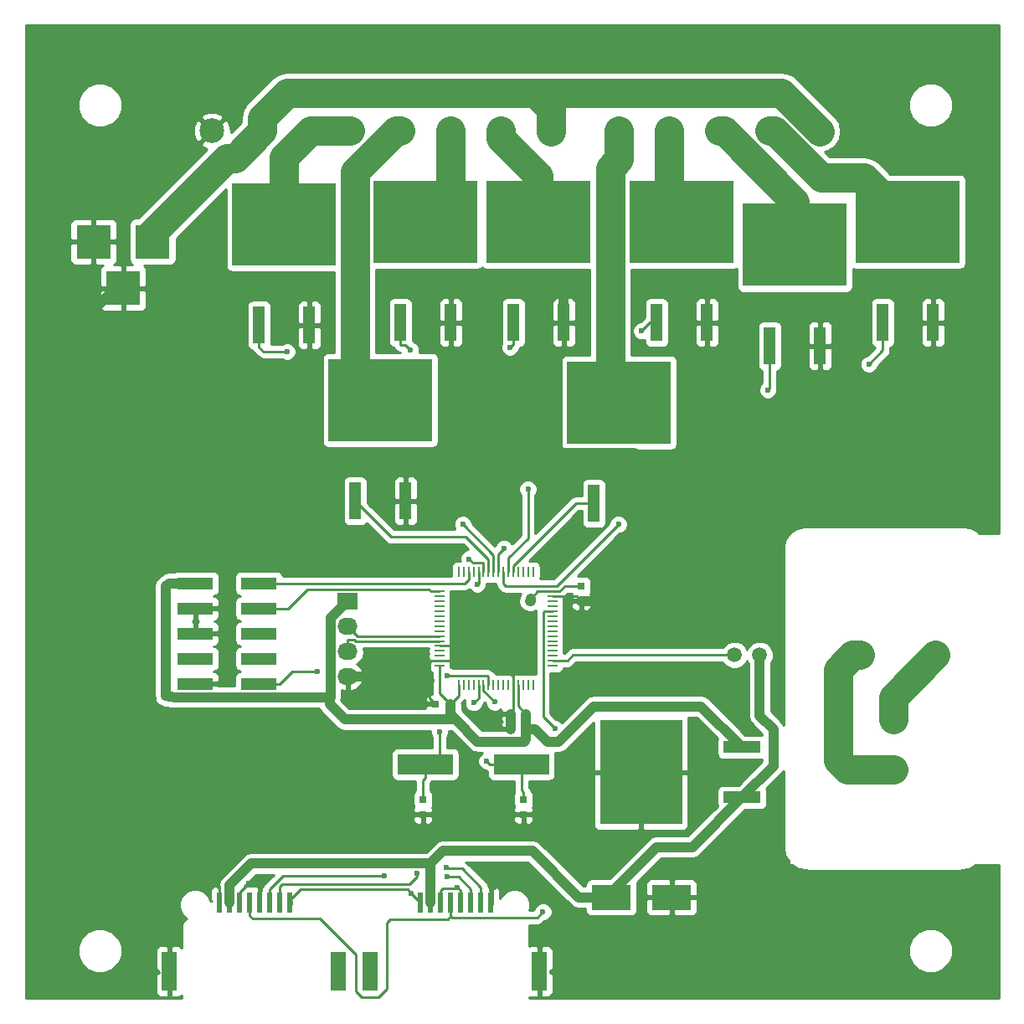
<source format=gtl>
G04 #@! TF.FileFunction,Copper,L1,Top,Signal*
%FSLAX46Y46*%
G04 Gerber Fmt 4.6, Leading zero omitted, Abs format (unit mm)*
G04 Created by KiCad (PCBNEW 4.0.4-stable) date 11/13/16 23:20:29*
%MOMM*%
%LPD*%
G01*
G04 APERTURE LIST*
%ADD10C,0.100000*%
%ADD11R,0.250000X1.000000*%
%ADD12R,1.000000X0.250000*%
%ADD13R,1.200000X3.800000*%
%ADD14R,10.490000X8.380000*%
%ADD15R,3.600000X1.270000*%
%ADD16R,1.500000X4.000000*%
%ADD17C,0.900000*%
%ADD18R,0.600000X2.100000*%
%ADD19R,3.800000X1.200000*%
%ADD20R,8.380000X10.490000*%
%ADD21R,3.500120X3.500120*%
%ADD22C,2.500000*%
%ADD23R,4.000000X2.500000*%
%ADD24R,0.800000X0.750000*%
%ADD25R,0.750000X0.800000*%
%ADD26R,2.032000X1.727200*%
%ADD27O,2.032000X1.727200*%
%ADD28R,5.600700X2.100580*%
%ADD29C,1.500000*%
%ADD30C,2.000000*%
%ADD31C,0.600000*%
%ADD32C,1.000000*%
%ADD33C,0.250000*%
%ADD34C,3.000000*%
%ADD35C,0.254000*%
G04 APERTURE END LIST*
D10*
D11*
X174304000Y-128128000D03*
X174804000Y-128128000D03*
X175304000Y-128128000D03*
X175804000Y-128128000D03*
X176304000Y-128128000D03*
X176804000Y-128128000D03*
X177304000Y-128128000D03*
X177804000Y-128128000D03*
X178304000Y-128128000D03*
X178804000Y-128128000D03*
X179304000Y-128128000D03*
X179804000Y-128128000D03*
X180304000Y-128128000D03*
X180804000Y-128128000D03*
X181304000Y-128128000D03*
X181804000Y-128128000D03*
D12*
X183754000Y-126178000D03*
X183754000Y-125678000D03*
X183754000Y-125178000D03*
X183754000Y-124678000D03*
X183754000Y-124178000D03*
X183754000Y-123678000D03*
X183754000Y-123178000D03*
X183754000Y-122678000D03*
X183754000Y-122178000D03*
X183754000Y-121678000D03*
X183754000Y-121178000D03*
X183754000Y-120678000D03*
X183754000Y-120178000D03*
X183754000Y-119678000D03*
X183754000Y-119178000D03*
X183754000Y-118678000D03*
D11*
X181804000Y-116728000D03*
X181304000Y-116728000D03*
X180804000Y-116728000D03*
X180304000Y-116728000D03*
X179804000Y-116728000D03*
X179304000Y-116728000D03*
X178804000Y-116728000D03*
X178304000Y-116728000D03*
X177804000Y-116728000D03*
X177304000Y-116728000D03*
X176804000Y-116728000D03*
X176304000Y-116728000D03*
X175804000Y-116728000D03*
X175304000Y-116728000D03*
X174804000Y-116728000D03*
X174304000Y-116728000D03*
D12*
X172354000Y-118678000D03*
X172354000Y-119178000D03*
X172354000Y-119678000D03*
X172354000Y-120178000D03*
X172354000Y-120678000D03*
X172354000Y-121178000D03*
X172354000Y-121678000D03*
X172354000Y-122178000D03*
X172354000Y-122678000D03*
X172354000Y-123178000D03*
X172354000Y-123678000D03*
X172354000Y-124178000D03*
X172354000Y-124678000D03*
X172354000Y-125178000D03*
X172354000Y-125678000D03*
X172354000Y-126178000D03*
D13*
X210820000Y-93842500D03*
X205740000Y-93842500D03*
D14*
X208280000Y-83629500D03*
D15*
X147676000Y-117856000D03*
X147676000Y-120396000D03*
X147676000Y-122936000D03*
X147676000Y-125476000D03*
X154076000Y-125476000D03*
X154076000Y-122936000D03*
X154076000Y-120396000D03*
X154076000Y-117856000D03*
X147676000Y-128016000D03*
X154076000Y-128016000D03*
D16*
X145036000Y-157106000D03*
D17*
X145036000Y-157106000D03*
D18*
X157236000Y-150126000D03*
X156216000Y-150126000D03*
X155196000Y-150126000D03*
X154176000Y-150126000D03*
X153156000Y-150126000D03*
X152136000Y-150126000D03*
X151116000Y-150126000D03*
X150096000Y-150126000D03*
D17*
X162136000Y-157106000D03*
D16*
X162136000Y-157106000D03*
D19*
X202935500Y-134429500D03*
X202935500Y-139509500D03*
D20*
X192722500Y-136969500D03*
D13*
X184912000Y-91493000D03*
X179832000Y-91493000D03*
D14*
X182372000Y-81280000D03*
D21*
X143360140Y-83312000D03*
X137360660Y-83312000D03*
X140360400Y-88011000D03*
D22*
X218226000Y-131572000D03*
X218226000Y-136652000D03*
D23*
X189736000Y-149606000D03*
X195836000Y-149606000D03*
D24*
X181090000Y-132588000D03*
X179590000Y-132588000D03*
X181090000Y-131064000D03*
X179590000Y-131064000D03*
D25*
X186690000Y-118122000D03*
X186690000Y-119622000D03*
D24*
X173470000Y-130048000D03*
X171970000Y-130048000D03*
D25*
X170688000Y-141212000D03*
X170688000Y-139712000D03*
X180848000Y-141212000D03*
X180848000Y-139712000D03*
D16*
X165356000Y-157106000D03*
D17*
X165356000Y-157106000D03*
D18*
X177556000Y-150126000D03*
X176536000Y-150126000D03*
X175516000Y-150126000D03*
X174496000Y-150126000D03*
X173476000Y-150126000D03*
X172456000Y-150126000D03*
X171436000Y-150126000D03*
X170416000Y-150126000D03*
D17*
X182456000Y-157106000D03*
D16*
X182456000Y-157106000D03*
D22*
X190500000Y-72096000D03*
X195580000Y-72096000D03*
X200660000Y-72096000D03*
X205740000Y-72096000D03*
X210820000Y-72136000D03*
X149352000Y-72096000D03*
X154432000Y-72096000D03*
X163322000Y-72096000D03*
X168402000Y-72096000D03*
X173482000Y-72096000D03*
X178562000Y-72096000D03*
X183642000Y-72136000D03*
D26*
X163068000Y-119634000D03*
D27*
X163068000Y-122174000D03*
X163068000Y-124714000D03*
X163068000Y-127254000D03*
D13*
X193040000Y-109781000D03*
X187960000Y-109781000D03*
D14*
X190500000Y-99568000D03*
D13*
X199390000Y-91493000D03*
X194310000Y-91493000D03*
D14*
X196850000Y-81280000D03*
D13*
X159194000Y-91747000D03*
X154114000Y-91747000D03*
D14*
X156654000Y-81534000D03*
D13*
X168910000Y-109527000D03*
X163830000Y-109527000D03*
D14*
X166370000Y-99314000D03*
D13*
X222250000Y-91493000D03*
X217170000Y-91493000D03*
D14*
X219710000Y-81280000D03*
D13*
X173482000Y-91493000D03*
X168402000Y-91493000D03*
D14*
X170942000Y-81280000D03*
D28*
X170919140Y-136144000D03*
X180616860Y-136144000D03*
D29*
X202184000Y-125098000D03*
X204724000Y-125098000D03*
D30*
X214884000Y-125098000D03*
X222504000Y-125098000D03*
D31*
X164020500Y-134366000D03*
X165862000Y-137858500D03*
X167957500Y-141414500D03*
X173418500Y-141287500D03*
X176847500Y-141033500D03*
X186309000Y-136652000D03*
X187134500Y-127762000D03*
X199199500Y-127381000D03*
X199199500Y-137033000D03*
X177863500Y-148590000D03*
X153098000Y-148146000D03*
X160591500Y-105346500D03*
X165608000Y-105346500D03*
X166370000Y-108204000D03*
X193611500Y-86995000D03*
X199707500Y-87185500D03*
X202057000Y-89281000D03*
X205613000Y-89471500D03*
X211772500Y-89598500D03*
X215709500Y-87630000D03*
X218567000Y-87566500D03*
X222377000Y-87757000D03*
X174180000Y-148590000D03*
X169482000Y-149162000D03*
X179006000Y-102680000D03*
X181610000Y-102172000D03*
X181928000Y-98361500D03*
X182499000Y-94615000D03*
X182499000Y-91884500D03*
X184976000Y-87630000D03*
X180848000Y-87503000D03*
X176403000Y-87566500D03*
X172085000Y-87503000D03*
X166814000Y-87503000D03*
X134747000Y-92900500D03*
X143446000Y-93154500D03*
X150749000Y-91503500D03*
X150749000Y-96647000D03*
X143574000Y-99822000D03*
X136334000Y-100394000D03*
X133922000Y-108204000D03*
X139319000Y-108268000D03*
X146939000Y-108268000D03*
X153035000Y-107886000D03*
X157861000Y-112204000D03*
X164719000Y-114490000D03*
X170053000Y-114490000D03*
X189294000Y-115380000D03*
X195326000Y-121856000D03*
X202438000Y-119316000D03*
X196215000Y-117538000D03*
X197231000Y-111506000D03*
X206820000Y-109220000D03*
X201041000Y-105474000D03*
X205296000Y-100394000D03*
X208216000Y-103060000D03*
X215138000Y-106807000D03*
X220282000Y-103632000D03*
X222377000Y-96393000D03*
X178689000Y-123254000D03*
X177165000Y-124968000D03*
X181483000Y-119634000D03*
X175815000Y-129926000D03*
X172352000Y-132887000D03*
X177101500Y-135826500D03*
X177927000Y-129857500D03*
X173037500Y-146621500D03*
X170053000Y-147193000D03*
X173129400Y-147516000D03*
X166750900Y-147441000D03*
X182815000Y-151072000D03*
X184015000Y-132551000D03*
X159976000Y-126796000D03*
X173151000Y-127183000D03*
X192786000Y-92329000D03*
X181292500Y-108331000D03*
X174708000Y-111892000D03*
X156933000Y-94435200D03*
X205549500Y-98298000D03*
X190436500Y-111887000D03*
X215773000Y-95694500D03*
X178879500Y-114300000D03*
X175364000Y-115383000D03*
X169410000Y-94258500D03*
X176169000Y-117971000D03*
X179469000Y-93984200D03*
D32*
X189736000Y-149606000D02*
X186436000Y-149606000D01*
X172709000Y-144907000D02*
X171436000Y-146180000D01*
X181737000Y-144907000D02*
X172709000Y-144907000D01*
X186436000Y-149606000D02*
X181737000Y-144907000D01*
X189736000Y-149606000D02*
X189736000Y-149100000D01*
X189736000Y-149100000D02*
X194310000Y-144526000D01*
X194310000Y-144526000D02*
X197919000Y-144526000D01*
X197919000Y-144526000D02*
X202935500Y-139509500D01*
X204724000Y-125098000D02*
X204724000Y-131254500D01*
X206121000Y-136324000D02*
X202935500Y-139509500D01*
X206121000Y-132651500D02*
X206121000Y-136324000D01*
X204724000Y-131254500D02*
X206121000Y-132651500D01*
X171436000Y-150126000D02*
X171436000Y-146180000D01*
X151116000Y-148376000D02*
X151116000Y-150126000D01*
X171436000Y-146180000D02*
X153312000Y-146180000D01*
X153312000Y-146180000D02*
X151116000Y-148376000D01*
D33*
X180848000Y-141212000D02*
X177026000Y-141212000D01*
X164020500Y-136017000D02*
X164020500Y-134366000D01*
X165862000Y-137858500D02*
X164020500Y-136017000D01*
X167957500Y-141859000D02*
X167957500Y-141414500D01*
X168656000Y-142557500D02*
X167957500Y-141859000D01*
X170688000Y-142557500D02*
X168656000Y-142557500D01*
X172148500Y-142557500D02*
X170688000Y-142557500D01*
X173418500Y-141287500D02*
X172148500Y-142557500D01*
X177026000Y-141212000D02*
X176847500Y-141033500D01*
X192722500Y-136969500D02*
X199136000Y-136969500D01*
X198818500Y-127762000D02*
X187134500Y-127762000D01*
X199199500Y-127381000D02*
X198818500Y-127762000D01*
X199136000Y-136969500D02*
X199199500Y-137033000D01*
X177556000Y-150126000D02*
X177556000Y-148897500D01*
X177556000Y-148897500D02*
X177863500Y-148590000D01*
X157236000Y-150126000D02*
X157236000Y-149850000D01*
X157236000Y-149850000D02*
X158305500Y-148780500D01*
X169100500Y-148780500D02*
X169482000Y-149162000D01*
X158305500Y-148780500D02*
X169100500Y-148780500D01*
X157236000Y-150126000D02*
X157236000Y-150016502D01*
X152136000Y-149108000D02*
X153098000Y-148146000D01*
X152136000Y-150126000D02*
X152136000Y-149108000D01*
X150096000Y-148445000D02*
X149542000Y-147892000D01*
X150096000Y-150126000D02*
X150096000Y-148445000D01*
X157236000Y-150126000D02*
X157236000Y-150040000D01*
X172720000Y-148717000D02*
X174053000Y-148717000D01*
X172456000Y-148981000D02*
X172720000Y-148717000D01*
X172456000Y-150126000D02*
X172456000Y-148981000D01*
X174053000Y-148717000D02*
X174180000Y-148590000D01*
X168910000Y-109527000D02*
X167693000Y-109527000D01*
X165608000Y-105346500D02*
X160591500Y-105346500D01*
X167693000Y-109527000D02*
X166370000Y-108204000D01*
X222250000Y-91493000D02*
X222250000Y-87884000D01*
X193357500Y-87249000D02*
X193357500Y-87566500D01*
X193611500Y-86995000D02*
X193357500Y-87249000D01*
X199961500Y-87185500D02*
X199707500Y-87185500D01*
X202057000Y-89281000D02*
X199961500Y-87185500D01*
X211645500Y-89471500D02*
X205613000Y-89471500D01*
X211772500Y-89598500D02*
X211645500Y-89471500D01*
X218503500Y-87630000D02*
X215709500Y-87630000D01*
X218567000Y-87566500D02*
X218503500Y-87630000D01*
X222250000Y-87884000D02*
X222377000Y-87757000D01*
X174496000Y-148906000D02*
X174180000Y-148590000D01*
X174496000Y-150126000D02*
X174496000Y-148906000D01*
X170416000Y-150096000D02*
X169482000Y-149162000D01*
X170416000Y-150126000D02*
X170416000Y-150096000D01*
D32*
X179896000Y-103568000D02*
X179896000Y-105600000D01*
X179006000Y-102680000D02*
X179896000Y-103568000D01*
X181610000Y-98679000D02*
X181610000Y-102172000D01*
X181928000Y-98361500D02*
X181610000Y-98679000D01*
X182499000Y-91884500D02*
X182499000Y-94615000D01*
X184912000Y-87693500D02*
X184976000Y-87630000D01*
X184912000Y-91493000D02*
X184912000Y-87693500D01*
X180784000Y-87566500D02*
X176403000Y-87566500D01*
X180848000Y-87503000D02*
X180784000Y-87566500D01*
X172085000Y-87503000D02*
X166814000Y-87503000D01*
X145098000Y-91503500D02*
X150749000Y-91503500D01*
X143446000Y-93154500D02*
X145098000Y-91503500D01*
X147574000Y-99822000D02*
X143574000Y-99822000D01*
X150749000Y-96647000D02*
X147574000Y-99822000D01*
X133922000Y-102806000D02*
X133922000Y-108204000D01*
X136334000Y-100394000D02*
X133922000Y-102806000D01*
X139319000Y-108268000D02*
X146939000Y-108268000D01*
X164719000Y-114490000D02*
X170053000Y-114490000D01*
X139636000Y-88011000D02*
X134747000Y-92900500D01*
X140360000Y-88011000D02*
X139636000Y-88011000D01*
X197993000Y-119316000D02*
X202438000Y-119316000D01*
X196215000Y-117538000D02*
X197993000Y-119316000D01*
X204534000Y-111506000D02*
X197231000Y-111506000D01*
X206820000Y-109220000D02*
X204534000Y-111506000D01*
X220282000Y-98488500D02*
X220282000Y-103632000D01*
X222377000Y-96393000D02*
X220282000Y-98488500D01*
X179578000Y-122364000D02*
X179578000Y-122110000D01*
X178689000Y-123254000D02*
X179578000Y-122364000D01*
X177356000Y-125158000D02*
X177165000Y-124968000D01*
X177356000Y-125678000D02*
X177356000Y-125158000D01*
D33*
X186246000Y-119178000D02*
X186690000Y-119622000D01*
X183754000Y-119178000D02*
X186246000Y-119178000D01*
D34*
X193040000Y-109781000D02*
X193040000Y-106807000D01*
X210820000Y-102923000D02*
X210682000Y-103060000D01*
X210820000Y-102922000D02*
X210820000Y-102923000D01*
X210682000Y-103060000D02*
X210820000Y-102922000D01*
D33*
X172354000Y-125678000D02*
X175272000Y-125678000D01*
X179804000Y-130850000D02*
X179590000Y-131064000D01*
X179804000Y-128128000D02*
X179804000Y-130850000D01*
D32*
X179590000Y-131064000D02*
X179590000Y-132588000D01*
X190846000Y-122703000D02*
X193040000Y-122703000D01*
X187765000Y-119622000D02*
X190846000Y-122703000D01*
X186690000Y-119622000D02*
X187765000Y-119622000D01*
D33*
X173772000Y-124178000D02*
X175272000Y-125678000D01*
X172354000Y-124178000D02*
X173772000Y-124178000D01*
X171386000Y-125857000D02*
X171386000Y-127660000D01*
X171566000Y-125678000D02*
X171386000Y-125857000D01*
X172354000Y-125678000D02*
X171566000Y-125678000D01*
X171386000Y-129464000D02*
X171970000Y-130048000D01*
X171386000Y-127660000D02*
X171386000Y-129464000D01*
D32*
X165191000Y-127660000D02*
X171386000Y-127660000D01*
X164784000Y-127254000D02*
X165191000Y-127660000D01*
X163068000Y-127254000D02*
X164784000Y-127254000D01*
X153035000Y-107886000D02*
X155587000Y-110438000D01*
X157353000Y-112204000D02*
X157861000Y-112204000D01*
X155587000Y-110438000D02*
X157353000Y-112204000D01*
X195326000Y-121856000D02*
X193040000Y-119570000D01*
X189294000Y-115824000D02*
X189294000Y-115380000D01*
X193040000Y-119570000D02*
X189294000Y-115824000D01*
D34*
X199390000Y-103060000D02*
X202629000Y-103060000D01*
X199390000Y-103378000D02*
X199390000Y-103060000D01*
X195961000Y-106807000D02*
X199390000Y-103378000D01*
X193040000Y-106807000D02*
X195961000Y-106807000D01*
D32*
X205296000Y-100394000D02*
X202629000Y-103060000D01*
X201041000Y-104648000D02*
X201041000Y-105474000D01*
X202629000Y-103060000D02*
X201041000Y-104648000D01*
X211391000Y-103060000D02*
X210682000Y-103060000D01*
X215138000Y-106807000D02*
X211391000Y-103060000D01*
X210682000Y-103060000D02*
X208216000Y-103060000D01*
X148301000Y-120396000D02*
X147676000Y-120396000D01*
X147676000Y-122936000D02*
X148301000Y-122936000D01*
X148301000Y-122936000D02*
X148926000Y-122936000D01*
D34*
X191834000Y-105600000D02*
X193040000Y-106807000D01*
X179896000Y-105600000D02*
X191834000Y-105600000D01*
D33*
X178192000Y-125678000D02*
X177356000Y-125678000D01*
X179804000Y-127290000D02*
X178192000Y-125678000D01*
X179804000Y-128128000D02*
X179804000Y-127290000D01*
X177356000Y-125678000D02*
X175272000Y-125678000D01*
D34*
X193040000Y-109781000D02*
X193040000Y-119570000D01*
X193040000Y-119570000D02*
X193040000Y-122703000D01*
X202629000Y-103060000D02*
X208216000Y-103060000D01*
X208216000Y-103060000D02*
X210682000Y-103060000D01*
D32*
X181546500Y-119634000D02*
X181546500Y-119380000D01*
X181483000Y-119634000D02*
X181546500Y-119634000D01*
D33*
X183754000Y-118678000D02*
X182248500Y-118678000D01*
X182248500Y-118678000D02*
X181546500Y-119380000D01*
X183754000Y-118678000D02*
X184471000Y-118678000D01*
X185027000Y-118122000D02*
X186690000Y-118122000D01*
X184471000Y-118678000D02*
X185027000Y-118122000D01*
D32*
X161226500Y-129373000D02*
X161226500Y-130111500D01*
X162750500Y-131635500D02*
X173982312Y-131635500D01*
X161226500Y-130111500D02*
X162750500Y-131635500D01*
X147676000Y-117856000D02*
X144970500Y-117856000D01*
X145603000Y-129373000D02*
X161226500Y-129373000D01*
X161226500Y-129373000D02*
X161320000Y-129373000D01*
X145603000Y-129373000D02*
X144653000Y-129263500D01*
X144653000Y-129263500D02*
X144653000Y-118173500D01*
X144970500Y-117856000D02*
X144653000Y-118173500D01*
X181090000Y-132588000D02*
X181991000Y-132588000D01*
X198808000Y-130302000D02*
X202935500Y-134429500D01*
X187960000Y-130302000D02*
X198808000Y-130302000D01*
X184404000Y-133858000D02*
X187960000Y-130302000D01*
X183261000Y-133858000D02*
X184404000Y-133858000D01*
X181991000Y-132588000D02*
X183261000Y-133858000D01*
X180908000Y-133846000D02*
X176192000Y-133846000D01*
X176192000Y-133846000D02*
X173982312Y-131635500D01*
X181090000Y-132588000D02*
X181090000Y-133663000D01*
X181090000Y-133663000D02*
X180908000Y-133846000D01*
D33*
X172354000Y-128932000D02*
X173470000Y-130048000D01*
X172354000Y-126178000D02*
X172354000Y-128932000D01*
X180304000Y-130278000D02*
X181090000Y-131064000D01*
X180304000Y-128128000D02*
X180304000Y-130278000D01*
X174304000Y-129214000D02*
X173470000Y-130048000D01*
X174304000Y-128128000D02*
X174304000Y-129214000D01*
D32*
X173470000Y-130048000D02*
X173470000Y-131123000D01*
X173982312Y-131635500D02*
X173470000Y-131123000D01*
X161320000Y-121382000D02*
X163068000Y-119634000D01*
X161320000Y-129373000D02*
X161320000Y-121382000D01*
X181090000Y-131064000D02*
X181090000Y-132588000D01*
D33*
X170688000Y-137751000D02*
X170688000Y-139712000D01*
X170919000Y-137520000D02*
X170688000Y-137751000D01*
X176304000Y-128128000D02*
X176304000Y-129437000D01*
X172352000Y-132887000D02*
X172352000Y-135399000D01*
X176304000Y-129437000D02*
X175815000Y-129926000D01*
X170919000Y-136832000D02*
X170919000Y-137520000D01*
X170919000Y-136832000D02*
X172352000Y-135399000D01*
X170919000Y-136832000D02*
X170919000Y-136660000D01*
X170919000Y-136660000D02*
X170919000Y-136488000D01*
X170919100Y-136659900D02*
X170919100Y-136144000D01*
X170919000Y-136660000D02*
X170919100Y-136659900D01*
X176804000Y-128128000D02*
X176804000Y-128734500D01*
X177419000Y-136144000D02*
X180616860Y-136144000D01*
X177101500Y-135826500D02*
X177419000Y-136144000D01*
X176804000Y-128734500D02*
X177927000Y-129857500D01*
X180848000Y-138987000D02*
X180848000Y-139712000D01*
X180617000Y-138756000D02*
X180848000Y-138987000D01*
X180617000Y-136144000D02*
X180617000Y-138756000D01*
X180616900Y-136144000D02*
X180617000Y-136144000D01*
D34*
X183642000Y-69913500D02*
X181991000Y-68262500D01*
X183642000Y-72136000D02*
X183642000Y-69913500D01*
X156972000Y-68262500D02*
X181991000Y-68262500D01*
X154432000Y-70802500D02*
X156972000Y-68262500D01*
X154432000Y-72096000D02*
X154432000Y-70802500D01*
X206946000Y-68262500D02*
X210820000Y-72136000D01*
X181991000Y-68262500D02*
X206946000Y-68262500D01*
X143360000Y-82382400D02*
X143360000Y-82847200D01*
X150876000Y-74866500D02*
X143360000Y-82382400D01*
X151662000Y-74866500D02*
X150876000Y-74866500D01*
X154432000Y-72096000D02*
X151662000Y-74866500D01*
D33*
X156216000Y-150126000D02*
X156216000Y-148520500D01*
X176536000Y-148596000D02*
X176536000Y-150126000D01*
X174625000Y-146685000D02*
X176536000Y-148596000D01*
X173101000Y-146685000D02*
X174625000Y-146685000D01*
X173037500Y-146621500D02*
X173101000Y-146685000D01*
X170053000Y-147510500D02*
X170053000Y-147193000D01*
X169291000Y-148272500D02*
X170053000Y-147510500D01*
X156464000Y-148272500D02*
X169291000Y-148272500D01*
X156216000Y-148520500D02*
X156464000Y-148272500D01*
X174281300Y-147516000D02*
X173129400Y-147516000D01*
X175516000Y-148750700D02*
X174281300Y-147516000D01*
X156505700Y-147441000D02*
X155196000Y-148750700D01*
X166750900Y-147441000D02*
X156505700Y-147441000D01*
X155196000Y-150126000D02*
X155196000Y-148750700D01*
X175516000Y-150126000D02*
X175516000Y-148750700D01*
X183754000Y-120678000D02*
X182915500Y-120678000D01*
X182816500Y-121178000D02*
X182816500Y-131352500D01*
X182816500Y-131352500D02*
X184015000Y-132551000D01*
X182815000Y-151072000D02*
X182245000Y-151642000D01*
X182245000Y-151642000D02*
X173617000Y-151642000D01*
X173617000Y-151642000D02*
X173476000Y-151501000D01*
X182816500Y-120777000D02*
X182816500Y-121178000D01*
X182915500Y-120678000D02*
X182816500Y-120777000D01*
X173476000Y-150126000D02*
X173476000Y-151501000D01*
X153156000Y-151501000D02*
X153156000Y-150126000D01*
X153438000Y-151783000D02*
X153156000Y-151501000D01*
X160271000Y-151783000D02*
X153438000Y-151783000D01*
X163905000Y-155417000D02*
X160271000Y-151783000D01*
X163905000Y-159143237D02*
X163905000Y-155417000D01*
X164454087Y-159691229D02*
X163905000Y-159143237D01*
X166190226Y-159691229D02*
X164454087Y-159691229D01*
X166987000Y-158895596D02*
X166190226Y-159691229D01*
X166987000Y-152180000D02*
X166987000Y-158895596D01*
X167356000Y-151810000D02*
X166987000Y-152180000D01*
X173167000Y-151810000D02*
X167356000Y-151810000D01*
X173476000Y-151501000D02*
X173167000Y-151810000D01*
X175304000Y-116728000D02*
X175304000Y-117431000D01*
X174879000Y-117856000D02*
X154076000Y-117856000D01*
X175304000Y-117431000D02*
X174879000Y-117856000D01*
X157003000Y-120396000D02*
X154076000Y-120396000D01*
X158954000Y-118445000D02*
X157003000Y-120396000D01*
X171296000Y-118445000D02*
X158954000Y-118445000D01*
X171529000Y-118678000D02*
X171296000Y-118445000D01*
X172354000Y-118678000D02*
X171529000Y-118678000D01*
X177185000Y-127183000D02*
X173151000Y-127183000D01*
X177304000Y-127303000D02*
X177185000Y-127183000D01*
X177304000Y-128128000D02*
X177304000Y-127303000D01*
X157421000Y-126796000D02*
X159976000Y-126796000D01*
X156201000Y-128016000D02*
X157421000Y-126796000D01*
X154076000Y-128016000D02*
X156201000Y-128016000D01*
D34*
X218226000Y-129376000D02*
X222504000Y-125098000D01*
X218226000Y-131572000D02*
X218226000Y-129376000D01*
X189611000Y-98679000D02*
X190500000Y-99568000D01*
X189611000Y-75882500D02*
X189611000Y-98679000D01*
X190500000Y-74993500D02*
X189611000Y-75882500D01*
X190500000Y-72096000D02*
X190500000Y-74993500D01*
X195580000Y-80010000D02*
X196850000Y-81280000D01*
X195580000Y-72096000D02*
X195580000Y-80010000D01*
X208280000Y-79248000D02*
X208280000Y-83629500D01*
X201128000Y-72096000D02*
X208280000Y-79248000D01*
X200660000Y-72096000D02*
X201128000Y-72096000D01*
X215265000Y-76835000D02*
X219710000Y-81280000D01*
X210947000Y-76835000D02*
X215265000Y-76835000D01*
X206208000Y-72096000D02*
X210947000Y-76835000D01*
X205740000Y-72096000D02*
X206208000Y-72096000D01*
X156654000Y-74803000D02*
X156654000Y-81534000D01*
X159362000Y-72096000D02*
X156654000Y-74803000D01*
X163322000Y-72096000D02*
X159362000Y-72096000D01*
X163830000Y-96774000D02*
X166370000Y-99314000D01*
X163830000Y-76200000D02*
X163830000Y-96774000D01*
X167934000Y-72096000D02*
X163830000Y-76200000D01*
X168402000Y-72096000D02*
X167934000Y-72096000D01*
X163766000Y-96710500D02*
X166370000Y-99314000D01*
X173482000Y-78740000D02*
X170942000Y-81280000D01*
X173482000Y-72096000D02*
X173482000Y-78740000D01*
X182372000Y-76644500D02*
X182372000Y-81280000D01*
X178562000Y-72834500D02*
X182372000Y-76644500D01*
X178562000Y-72096000D02*
X178562000Y-72834500D01*
D33*
X164072000Y-123178000D02*
X163068000Y-122174000D01*
X172354000Y-123178000D02*
X164072000Y-123178000D01*
X163866000Y-123678000D02*
X172354000Y-123678000D01*
X163713000Y-123525000D02*
X163866000Y-123678000D01*
X163068000Y-123525000D02*
X163713000Y-123525000D01*
X163068000Y-124714000D02*
X163068000Y-123525000D01*
X179804000Y-116728000D02*
X179804000Y-116106000D01*
X186129000Y-109781000D02*
X187960000Y-109781000D01*
X179804000Y-116106000D02*
X186129000Y-109781000D01*
X179304000Y-116728000D02*
X179304000Y-115272500D01*
X193622000Y-91493000D02*
X194310000Y-91493000D01*
X192786000Y-92329000D02*
X193622000Y-91493000D01*
X181292500Y-113284000D02*
X181292500Y-108331000D01*
X179304000Y-115272500D02*
X181292500Y-113284000D01*
X177804000Y-114988000D02*
X174708000Y-111892000D01*
X177804000Y-116728000D02*
X177804000Y-114988000D01*
X154577000Y-94435200D02*
X156933000Y-94435200D01*
X154114000Y-93972300D02*
X154577000Y-94435200D01*
X154114000Y-91747000D02*
X154114000Y-93972300D01*
X178804000Y-116728000D02*
X178804000Y-117907500D01*
X205740000Y-98107500D02*
X205740000Y-93842500D01*
X205549500Y-98298000D02*
X205740000Y-98107500D01*
X184213500Y-118110000D02*
X190436500Y-111887000D01*
X179006500Y-118110000D02*
X184213500Y-118110000D01*
X178804000Y-117907500D02*
X179006500Y-118110000D01*
X177304000Y-116728000D02*
X177304000Y-115455000D01*
X167460000Y-113157000D02*
X163830000Y-109527000D01*
X175006000Y-113157000D02*
X167460000Y-113157000D01*
X177304000Y-115455000D02*
X175006000Y-113157000D01*
X178304000Y-116728000D02*
X178304000Y-114875500D01*
X217170000Y-94297500D02*
X217170000Y-91493000D01*
X215773000Y-95694500D02*
X217170000Y-94297500D01*
X178304000Y-114875500D02*
X178879500Y-114300000D01*
X168870000Y-93718300D02*
X169410000Y-94258500D01*
X168402000Y-93718300D02*
X168870000Y-93718300D01*
X168402000Y-91493000D02*
X168402000Y-93718300D01*
X175740774Y-115760500D02*
X175364000Y-115383000D01*
X176804000Y-115760500D02*
X175740774Y-115760500D01*
X176804000Y-116728000D02*
X176804000Y-115760500D01*
X176304000Y-117836000D02*
X176169000Y-117971000D01*
X176304000Y-116728000D02*
X176304000Y-117836000D01*
X179735000Y-93718300D02*
X179469000Y-93984200D01*
X179832000Y-93718300D02*
X179735000Y-93718300D01*
X179832000Y-91493000D02*
X179832000Y-93718300D01*
D34*
X213614000Y-136652000D02*
X218226000Y-136652000D01*
X212662000Y-135700000D02*
X213614000Y-136652000D01*
X212662000Y-126556000D02*
X212662000Y-135700000D01*
X214119000Y-125098000D02*
X212662000Y-126556000D01*
X214884000Y-125098000D02*
X214119000Y-125098000D01*
D33*
X202184000Y-125098000D02*
X185861500Y-125098000D01*
X185281500Y-125678000D02*
X183754000Y-125678000D01*
X185861500Y-125098000D02*
X185281500Y-125678000D01*
D35*
G36*
X207136500Y-144526000D02*
X207148711Y-144587388D01*
X207148711Y-144649980D01*
X207279220Y-145306090D01*
X207374110Y-145535175D01*
X207645449Y-145941265D01*
X207645000Y-146176758D01*
X207654912Y-146226187D01*
X207683273Y-146267865D01*
X207725615Y-146295226D01*
X207772000Y-146304000D01*
X207976874Y-146304000D01*
X208477324Y-146638390D01*
X208539291Y-146664057D01*
X208706409Y-146733280D01*
X209362520Y-146863789D01*
X209425112Y-146863789D01*
X209486500Y-146876000D01*
X225107500Y-146876000D01*
X225168889Y-146863789D01*
X225231480Y-146863789D01*
X225838990Y-146742948D01*
X226000977Y-146675850D01*
X226068075Y-146648058D01*
X226582994Y-146304000D01*
X228906000Y-146304000D01*
X228906000Y-159818000D01*
X181431000Y-159818000D01*
X181431000Y-159679410D01*
X181579691Y-159741000D01*
X182170250Y-159741000D01*
X182329000Y-159582250D01*
X182329000Y-158203766D01*
X182583000Y-158184480D01*
X182583000Y-159582250D01*
X182741750Y-159741000D01*
X183332309Y-159741000D01*
X183565698Y-159644327D01*
X183744327Y-159465699D01*
X183841000Y-159232310D01*
X183841000Y-157391750D01*
X183682250Y-157233000D01*
X183553766Y-157233000D01*
X183534480Y-156979000D01*
X183682250Y-156979000D01*
X183841000Y-156820250D01*
X183841000Y-155442619D01*
X219764613Y-155442619D01*
X220104155Y-156264372D01*
X220732321Y-156893636D01*
X221553481Y-157234611D01*
X222442619Y-157235387D01*
X223264372Y-156895845D01*
X223893636Y-156267679D01*
X224234611Y-155446519D01*
X224235387Y-154557381D01*
X223895845Y-153735628D01*
X223267679Y-153106364D01*
X222446519Y-152765389D01*
X221557381Y-152764613D01*
X220735628Y-153104155D01*
X220106364Y-153732321D01*
X219765389Y-154553481D01*
X219764613Y-155442619D01*
X183841000Y-155442619D01*
X183841000Y-154979690D01*
X183744327Y-154746301D01*
X183565698Y-154567673D01*
X183332309Y-154471000D01*
X182741750Y-154471000D01*
X182583000Y-154629750D01*
X182583000Y-156008234D01*
X182329000Y-156027520D01*
X182329000Y-154629750D01*
X182170250Y-154471000D01*
X181579691Y-154471000D01*
X181431000Y-154532590D01*
X181431000Y-152402000D01*
X182245000Y-152402000D01*
X182535839Y-152344148D01*
X182782401Y-152179401D01*
X182954680Y-152007122D01*
X183000167Y-152007162D01*
X183343943Y-151865117D01*
X183607192Y-151602327D01*
X183749838Y-151258799D01*
X183750162Y-150886833D01*
X183608117Y-150543057D01*
X183345327Y-150279808D01*
X183001799Y-150137162D01*
X182629833Y-150136838D01*
X182286057Y-150278883D01*
X182022808Y-150541673D01*
X181881491Y-150882000D01*
X181447951Y-150882000D01*
X181530724Y-150682659D01*
X181531275Y-150052107D01*
X181290481Y-149469343D01*
X180845003Y-149023086D01*
X180262659Y-148781276D01*
X179632107Y-148780725D01*
X179049343Y-149021519D01*
X178603086Y-149466997D01*
X178491000Y-149736930D01*
X178491000Y-148949690D01*
X178394327Y-148716301D01*
X178215698Y-148537673D01*
X177982309Y-148441000D01*
X177841750Y-148441000D01*
X177683000Y-148599750D01*
X177683000Y-149999000D01*
X177703000Y-149999000D01*
X177703000Y-150253000D01*
X177683000Y-150253000D01*
X177683000Y-150273000D01*
X177483440Y-150273000D01*
X177483440Y-149076000D01*
X177439162Y-148840683D01*
X177429000Y-148824891D01*
X177429000Y-148599750D01*
X177270250Y-148441000D01*
X177265168Y-148441000D01*
X177238148Y-148305161D01*
X177073401Y-148058599D01*
X175162401Y-146147599D01*
X175004360Y-146042000D01*
X181266868Y-146042000D01*
X185633434Y-150408567D01*
X186001655Y-150654604D01*
X186436000Y-150741000D01*
X187088560Y-150741000D01*
X187088560Y-150856000D01*
X187132838Y-151091317D01*
X187271910Y-151307441D01*
X187484110Y-151452431D01*
X187736000Y-151503440D01*
X191736000Y-151503440D01*
X191971317Y-151459162D01*
X192187441Y-151320090D01*
X192332431Y-151107890D01*
X192383440Y-150856000D01*
X192383440Y-149891750D01*
X193201000Y-149891750D01*
X193201000Y-150982310D01*
X193297673Y-151215699D01*
X193476302Y-151394327D01*
X193709691Y-151491000D01*
X195550250Y-151491000D01*
X195709000Y-151332250D01*
X195709000Y-149733000D01*
X195963000Y-149733000D01*
X195963000Y-151332250D01*
X196121750Y-151491000D01*
X197962309Y-151491000D01*
X198195698Y-151394327D01*
X198374327Y-151215699D01*
X198471000Y-150982310D01*
X198471000Y-149891750D01*
X198312250Y-149733000D01*
X195963000Y-149733000D01*
X195709000Y-149733000D01*
X193359750Y-149733000D01*
X193201000Y-149891750D01*
X192383440Y-149891750D01*
X192383440Y-148356000D01*
X192359674Y-148229690D01*
X193201000Y-148229690D01*
X193201000Y-149320250D01*
X193359750Y-149479000D01*
X195709000Y-149479000D01*
X195709000Y-147879750D01*
X195963000Y-147879750D01*
X195963000Y-149479000D01*
X198312250Y-149479000D01*
X198471000Y-149320250D01*
X198471000Y-148229690D01*
X198374327Y-147996301D01*
X198195698Y-147817673D01*
X197962309Y-147721000D01*
X196121750Y-147721000D01*
X195963000Y-147879750D01*
X195709000Y-147879750D01*
X195550250Y-147721000D01*
X193709691Y-147721000D01*
X193476302Y-147817673D01*
X193297673Y-147996301D01*
X193201000Y-148229690D01*
X192359674Y-148229690D01*
X192339162Y-148120683D01*
X192331835Y-148109297D01*
X194780132Y-145661000D01*
X197919000Y-145661000D01*
X198353346Y-145574603D01*
X198721566Y-145328566D01*
X203293192Y-140756940D01*
X204835500Y-140756940D01*
X205070817Y-140712662D01*
X205286941Y-140573590D01*
X205431931Y-140361390D01*
X205482940Y-140109500D01*
X205482940Y-138909500D01*
X205438662Y-138674183D01*
X205414108Y-138636024D01*
X206923566Y-137126566D01*
X207136500Y-136807888D01*
X207136500Y-144526000D01*
X207136500Y-144526000D01*
G37*
X207136500Y-144526000D02*
X207148711Y-144587388D01*
X207148711Y-144649980D01*
X207279220Y-145306090D01*
X207374110Y-145535175D01*
X207645449Y-145941265D01*
X207645000Y-146176758D01*
X207654912Y-146226187D01*
X207683273Y-146267865D01*
X207725615Y-146295226D01*
X207772000Y-146304000D01*
X207976874Y-146304000D01*
X208477324Y-146638390D01*
X208539291Y-146664057D01*
X208706409Y-146733280D01*
X209362520Y-146863789D01*
X209425112Y-146863789D01*
X209486500Y-146876000D01*
X225107500Y-146876000D01*
X225168889Y-146863789D01*
X225231480Y-146863789D01*
X225838990Y-146742948D01*
X226000977Y-146675850D01*
X226068075Y-146648058D01*
X226582994Y-146304000D01*
X228906000Y-146304000D01*
X228906000Y-159818000D01*
X181431000Y-159818000D01*
X181431000Y-159679410D01*
X181579691Y-159741000D01*
X182170250Y-159741000D01*
X182329000Y-159582250D01*
X182329000Y-158203766D01*
X182583000Y-158184480D01*
X182583000Y-159582250D01*
X182741750Y-159741000D01*
X183332309Y-159741000D01*
X183565698Y-159644327D01*
X183744327Y-159465699D01*
X183841000Y-159232310D01*
X183841000Y-157391750D01*
X183682250Y-157233000D01*
X183553766Y-157233000D01*
X183534480Y-156979000D01*
X183682250Y-156979000D01*
X183841000Y-156820250D01*
X183841000Y-155442619D01*
X219764613Y-155442619D01*
X220104155Y-156264372D01*
X220732321Y-156893636D01*
X221553481Y-157234611D01*
X222442619Y-157235387D01*
X223264372Y-156895845D01*
X223893636Y-156267679D01*
X224234611Y-155446519D01*
X224235387Y-154557381D01*
X223895845Y-153735628D01*
X223267679Y-153106364D01*
X222446519Y-152765389D01*
X221557381Y-152764613D01*
X220735628Y-153104155D01*
X220106364Y-153732321D01*
X219765389Y-154553481D01*
X219764613Y-155442619D01*
X183841000Y-155442619D01*
X183841000Y-154979690D01*
X183744327Y-154746301D01*
X183565698Y-154567673D01*
X183332309Y-154471000D01*
X182741750Y-154471000D01*
X182583000Y-154629750D01*
X182583000Y-156008234D01*
X182329000Y-156027520D01*
X182329000Y-154629750D01*
X182170250Y-154471000D01*
X181579691Y-154471000D01*
X181431000Y-154532590D01*
X181431000Y-152402000D01*
X182245000Y-152402000D01*
X182535839Y-152344148D01*
X182782401Y-152179401D01*
X182954680Y-152007122D01*
X183000167Y-152007162D01*
X183343943Y-151865117D01*
X183607192Y-151602327D01*
X183749838Y-151258799D01*
X183750162Y-150886833D01*
X183608117Y-150543057D01*
X183345327Y-150279808D01*
X183001799Y-150137162D01*
X182629833Y-150136838D01*
X182286057Y-150278883D01*
X182022808Y-150541673D01*
X181881491Y-150882000D01*
X181447951Y-150882000D01*
X181530724Y-150682659D01*
X181531275Y-150052107D01*
X181290481Y-149469343D01*
X180845003Y-149023086D01*
X180262659Y-148781276D01*
X179632107Y-148780725D01*
X179049343Y-149021519D01*
X178603086Y-149466997D01*
X178491000Y-149736930D01*
X178491000Y-148949690D01*
X178394327Y-148716301D01*
X178215698Y-148537673D01*
X177982309Y-148441000D01*
X177841750Y-148441000D01*
X177683000Y-148599750D01*
X177683000Y-149999000D01*
X177703000Y-149999000D01*
X177703000Y-150253000D01*
X177683000Y-150253000D01*
X177683000Y-150273000D01*
X177483440Y-150273000D01*
X177483440Y-149076000D01*
X177439162Y-148840683D01*
X177429000Y-148824891D01*
X177429000Y-148599750D01*
X177270250Y-148441000D01*
X177265168Y-148441000D01*
X177238148Y-148305161D01*
X177073401Y-148058599D01*
X175162401Y-146147599D01*
X175004360Y-146042000D01*
X181266868Y-146042000D01*
X185633434Y-150408567D01*
X186001655Y-150654604D01*
X186436000Y-150741000D01*
X187088560Y-150741000D01*
X187088560Y-150856000D01*
X187132838Y-151091317D01*
X187271910Y-151307441D01*
X187484110Y-151452431D01*
X187736000Y-151503440D01*
X191736000Y-151503440D01*
X191971317Y-151459162D01*
X192187441Y-151320090D01*
X192332431Y-151107890D01*
X192383440Y-150856000D01*
X192383440Y-149891750D01*
X193201000Y-149891750D01*
X193201000Y-150982310D01*
X193297673Y-151215699D01*
X193476302Y-151394327D01*
X193709691Y-151491000D01*
X195550250Y-151491000D01*
X195709000Y-151332250D01*
X195709000Y-149733000D01*
X195963000Y-149733000D01*
X195963000Y-151332250D01*
X196121750Y-151491000D01*
X197962309Y-151491000D01*
X198195698Y-151394327D01*
X198374327Y-151215699D01*
X198471000Y-150982310D01*
X198471000Y-149891750D01*
X198312250Y-149733000D01*
X195963000Y-149733000D01*
X195709000Y-149733000D01*
X193359750Y-149733000D01*
X193201000Y-149891750D01*
X192383440Y-149891750D01*
X192383440Y-148356000D01*
X192359674Y-148229690D01*
X193201000Y-148229690D01*
X193201000Y-149320250D01*
X193359750Y-149479000D01*
X195709000Y-149479000D01*
X195709000Y-147879750D01*
X195963000Y-147879750D01*
X195963000Y-149479000D01*
X198312250Y-149479000D01*
X198471000Y-149320250D01*
X198471000Y-148229690D01*
X198374327Y-147996301D01*
X198195698Y-147817673D01*
X197962309Y-147721000D01*
X196121750Y-147721000D01*
X195963000Y-147879750D01*
X195709000Y-147879750D01*
X195550250Y-147721000D01*
X193709691Y-147721000D01*
X193476302Y-147817673D01*
X193297673Y-147996301D01*
X193201000Y-148229690D01*
X192359674Y-148229690D01*
X192339162Y-148120683D01*
X192331835Y-148109297D01*
X194780132Y-145661000D01*
X197919000Y-145661000D01*
X198353346Y-145574603D01*
X198721566Y-145328566D01*
X203293192Y-140756940D01*
X204835500Y-140756940D01*
X205070817Y-140712662D01*
X205286941Y-140573590D01*
X205431931Y-140361390D01*
X205482940Y-140109500D01*
X205482940Y-138909500D01*
X205438662Y-138674183D01*
X205414108Y-138636024D01*
X206923566Y-137126566D01*
X207136500Y-136807888D01*
X207136500Y-144526000D01*
G36*
X228906000Y-112776000D02*
X226911491Y-112776000D01*
X226863754Y-112716456D01*
X226673890Y-112556970D01*
X226172538Y-112281575D01*
X226004098Y-112228368D01*
X225936095Y-112206887D01*
X225367518Y-112144314D01*
X225332488Y-112147360D01*
X225298000Y-112140500D01*
X209296000Y-112140500D01*
X209234612Y-112152711D01*
X209172020Y-112152711D01*
X208588810Y-112268719D01*
X208551528Y-112284162D01*
X208359726Y-112363609D01*
X207865305Y-112693970D01*
X207865304Y-112693971D01*
X207745609Y-112813665D01*
X207744465Y-112814447D01*
X207743811Y-112815463D01*
X207689970Y-112869304D01*
X207359609Y-113363726D01*
X207315482Y-113470259D01*
X207264719Y-113592810D01*
X207148711Y-114176020D01*
X207148711Y-114238612D01*
X207136500Y-114300000D01*
X207136500Y-132167612D01*
X206923566Y-131848934D01*
X205859000Y-130784368D01*
X205859000Y-125921958D01*
X205897461Y-125883564D01*
X206108759Y-125374702D01*
X206109240Y-124823715D01*
X205898831Y-124314485D01*
X205509564Y-123924539D01*
X205000702Y-123713241D01*
X204449715Y-123712760D01*
X203940485Y-123923169D01*
X203550539Y-124312436D01*
X203454024Y-124544870D01*
X203358831Y-124314485D01*
X202969564Y-123924539D01*
X202460702Y-123713241D01*
X201909715Y-123712760D01*
X201400485Y-123923169D01*
X201010539Y-124312436D01*
X200999924Y-124338000D01*
X185861500Y-124338000D01*
X185570661Y-124395852D01*
X185324099Y-124560599D01*
X184966698Y-124918000D01*
X184878152Y-124918000D01*
X184901440Y-124803000D01*
X184901440Y-124553000D01*
X184877056Y-124423411D01*
X184901440Y-124303000D01*
X184901440Y-124053000D01*
X184877056Y-123923411D01*
X184901440Y-123803000D01*
X184901440Y-123553000D01*
X184877056Y-123423411D01*
X184901440Y-123303000D01*
X184901440Y-123053000D01*
X184877056Y-122923411D01*
X184901440Y-122803000D01*
X184901440Y-122553000D01*
X184877056Y-122423411D01*
X184901440Y-122303000D01*
X184901440Y-122053000D01*
X184877056Y-121923411D01*
X184901440Y-121803000D01*
X184901440Y-121553000D01*
X184877056Y-121423411D01*
X184901440Y-121303000D01*
X184901440Y-121053000D01*
X184877056Y-120923411D01*
X184901440Y-120803000D01*
X184901440Y-120553000D01*
X184877056Y-120423411D01*
X184901440Y-120303000D01*
X184901440Y-120053000D01*
X184877056Y-119923411D01*
X184880227Y-119907750D01*
X185680000Y-119907750D01*
X185680000Y-120148309D01*
X185776673Y-120381698D01*
X185955301Y-120560327D01*
X186188690Y-120657000D01*
X186404250Y-120657000D01*
X186563000Y-120498250D01*
X186563000Y-119749000D01*
X186817000Y-119749000D01*
X186817000Y-120498250D01*
X186975750Y-120657000D01*
X187191310Y-120657000D01*
X187424699Y-120560327D01*
X187603327Y-120381698D01*
X187700000Y-120148309D01*
X187700000Y-119907750D01*
X187541250Y-119749000D01*
X186817000Y-119749000D01*
X186563000Y-119749000D01*
X185838750Y-119749000D01*
X185680000Y-119907750D01*
X184880227Y-119907750D01*
X184901440Y-119803000D01*
X184901440Y-119553000D01*
X184881550Y-119447295D01*
X184889000Y-119429310D01*
X184889000Y-119399250D01*
X184868688Y-119378938D01*
X184857162Y-119317683D01*
X184856610Y-119316825D01*
X184874304Y-119305002D01*
X184889000Y-119305002D01*
X184889000Y-119295183D01*
X185008401Y-119215401D01*
X185341802Y-118882000D01*
X185768514Y-118882000D01*
X185680000Y-119095691D01*
X185680000Y-119336250D01*
X185838750Y-119495000D01*
X186563000Y-119495000D01*
X186563000Y-119475000D01*
X186817000Y-119475000D01*
X186817000Y-119495000D01*
X187541250Y-119495000D01*
X187700000Y-119336250D01*
X187700000Y-119095691D01*
X187603327Y-118862302D01*
X187601957Y-118860932D01*
X187661431Y-118773890D01*
X187712440Y-118522000D01*
X187712440Y-117722000D01*
X187668162Y-117486683D01*
X187529090Y-117270559D01*
X187316890Y-117125569D01*
X187065000Y-117074560D01*
X186323742Y-117074560D01*
X190576180Y-112822122D01*
X190621667Y-112822162D01*
X190965443Y-112680117D01*
X191228692Y-112417327D01*
X191371338Y-112073799D01*
X191371662Y-111701833D01*
X191229617Y-111358057D01*
X190966827Y-111094808D01*
X190623299Y-110952162D01*
X190251333Y-110951838D01*
X189907557Y-111093883D01*
X189644308Y-111356673D01*
X189501662Y-111700201D01*
X189501621Y-111747077D01*
X183898698Y-117350000D01*
X182551734Y-117350000D01*
X182576440Y-117228000D01*
X182576440Y-116228000D01*
X182532162Y-115992683D01*
X182393090Y-115776559D01*
X182180890Y-115631569D01*
X181929000Y-115580560D01*
X181679000Y-115580560D01*
X181549411Y-115604944D01*
X181429000Y-115580560D01*
X181404242Y-115580560D01*
X186443802Y-110541000D01*
X186712560Y-110541000D01*
X186712560Y-111681000D01*
X186756838Y-111916317D01*
X186895910Y-112132441D01*
X187108110Y-112277431D01*
X187360000Y-112328440D01*
X188560000Y-112328440D01*
X188795317Y-112284162D01*
X189011441Y-112145090D01*
X189156431Y-111932890D01*
X189207440Y-111681000D01*
X189207440Y-110066750D01*
X191805000Y-110066750D01*
X191805000Y-111807310D01*
X191901673Y-112040699D01*
X192080302Y-112219327D01*
X192313691Y-112316000D01*
X192754250Y-112316000D01*
X192913000Y-112157250D01*
X192913000Y-109908000D01*
X193167000Y-109908000D01*
X193167000Y-112157250D01*
X193325750Y-112316000D01*
X193766309Y-112316000D01*
X193999698Y-112219327D01*
X194178327Y-112040699D01*
X194275000Y-111807310D01*
X194275000Y-110066750D01*
X194116250Y-109908000D01*
X193167000Y-109908000D01*
X192913000Y-109908000D01*
X191963750Y-109908000D01*
X191805000Y-110066750D01*
X189207440Y-110066750D01*
X189207440Y-107881000D01*
X189183674Y-107754690D01*
X191805000Y-107754690D01*
X191805000Y-109495250D01*
X191963750Y-109654000D01*
X192913000Y-109654000D01*
X192913000Y-107404750D01*
X193167000Y-107404750D01*
X193167000Y-109654000D01*
X194116250Y-109654000D01*
X194275000Y-109495250D01*
X194275000Y-107754690D01*
X194178327Y-107521301D01*
X193999698Y-107342673D01*
X193766309Y-107246000D01*
X193325750Y-107246000D01*
X193167000Y-107404750D01*
X192913000Y-107404750D01*
X192754250Y-107246000D01*
X192313691Y-107246000D01*
X192080302Y-107342673D01*
X191901673Y-107521301D01*
X191805000Y-107754690D01*
X189183674Y-107754690D01*
X189163162Y-107645683D01*
X189024090Y-107429559D01*
X188811890Y-107284569D01*
X188560000Y-107233560D01*
X187360000Y-107233560D01*
X187124683Y-107277838D01*
X186908559Y-107416910D01*
X186763569Y-107629110D01*
X186712560Y-107881000D01*
X186712560Y-109021000D01*
X186129000Y-109021000D01*
X185838161Y-109078852D01*
X185591599Y-109243599D01*
X182052500Y-112782698D01*
X182052500Y-108893463D01*
X182084692Y-108861327D01*
X182227338Y-108517799D01*
X182227662Y-108145833D01*
X182085617Y-107802057D01*
X181822827Y-107538808D01*
X181479299Y-107396162D01*
X181107333Y-107395838D01*
X180763557Y-107537883D01*
X180500308Y-107800673D01*
X180357662Y-108144201D01*
X180357338Y-108516167D01*
X180499383Y-108859943D01*
X180532500Y-108893118D01*
X180532500Y-112969198D01*
X179689582Y-113812116D01*
X179672617Y-113771057D01*
X179409827Y-113507808D01*
X179066299Y-113365162D01*
X178694333Y-113364838D01*
X178350557Y-113506883D01*
X178087308Y-113769673D01*
X177962073Y-114071271D01*
X175643122Y-111752320D01*
X175643162Y-111706833D01*
X175501117Y-111363057D01*
X175238327Y-111099808D01*
X174894799Y-110957162D01*
X174522833Y-110956838D01*
X174179057Y-111098883D01*
X173915808Y-111361673D01*
X173773162Y-111705201D01*
X173772838Y-112077167D01*
X173904990Y-112397000D01*
X167774802Y-112397000D01*
X165190552Y-109812750D01*
X167675000Y-109812750D01*
X167675000Y-111553310D01*
X167771673Y-111786699D01*
X167950302Y-111965327D01*
X168183691Y-112062000D01*
X168624250Y-112062000D01*
X168783000Y-111903250D01*
X168783000Y-109654000D01*
X169037000Y-109654000D01*
X169037000Y-111903250D01*
X169195750Y-112062000D01*
X169636309Y-112062000D01*
X169869698Y-111965327D01*
X170048327Y-111786699D01*
X170145000Y-111553310D01*
X170145000Y-109812750D01*
X169986250Y-109654000D01*
X169037000Y-109654000D01*
X168783000Y-109654000D01*
X167833750Y-109654000D01*
X167675000Y-109812750D01*
X165190552Y-109812750D01*
X165077440Y-109699638D01*
X165077440Y-107627000D01*
X165053674Y-107500690D01*
X167675000Y-107500690D01*
X167675000Y-109241250D01*
X167833750Y-109400000D01*
X168783000Y-109400000D01*
X168783000Y-107150750D01*
X169037000Y-107150750D01*
X169037000Y-109400000D01*
X169986250Y-109400000D01*
X170145000Y-109241250D01*
X170145000Y-107500690D01*
X170048327Y-107267301D01*
X169869698Y-107088673D01*
X169636309Y-106992000D01*
X169195750Y-106992000D01*
X169037000Y-107150750D01*
X168783000Y-107150750D01*
X168624250Y-106992000D01*
X168183691Y-106992000D01*
X167950302Y-107088673D01*
X167771673Y-107267301D01*
X167675000Y-107500690D01*
X165053674Y-107500690D01*
X165033162Y-107391683D01*
X164894090Y-107175559D01*
X164681890Y-107030569D01*
X164430000Y-106979560D01*
X163230000Y-106979560D01*
X162994683Y-107023838D01*
X162778559Y-107162910D01*
X162633569Y-107375110D01*
X162582560Y-107627000D01*
X162582560Y-111427000D01*
X162626838Y-111662317D01*
X162765910Y-111878441D01*
X162978110Y-112023431D01*
X163230000Y-112074440D01*
X164430000Y-112074440D01*
X164665317Y-112030162D01*
X164881441Y-111891090D01*
X164977987Y-111749789D01*
X166922599Y-113694401D01*
X167169160Y-113859148D01*
X167460000Y-113917000D01*
X174691198Y-113917000D01*
X175222074Y-114447876D01*
X175178833Y-114447838D01*
X174835057Y-114589883D01*
X174571808Y-114852673D01*
X174429162Y-115196201D01*
X174428838Y-115568167D01*
X174434411Y-115581656D01*
X174429000Y-115580560D01*
X174179000Y-115580560D01*
X173943683Y-115624838D01*
X173727559Y-115763910D01*
X173582569Y-115976110D01*
X173531560Y-116228000D01*
X173531560Y-117096000D01*
X156499920Y-117096000D01*
X156479162Y-116985683D01*
X156340090Y-116769559D01*
X156127890Y-116624569D01*
X155876000Y-116573560D01*
X152276000Y-116573560D01*
X152040683Y-116617838D01*
X151824559Y-116756910D01*
X151679569Y-116969110D01*
X151628560Y-117221000D01*
X151628560Y-118491000D01*
X151672838Y-118726317D01*
X151811910Y-118942441D01*
X152024110Y-119087431D01*
X152212314Y-119125543D01*
X152040683Y-119157838D01*
X151824559Y-119296910D01*
X151679569Y-119509110D01*
X151628560Y-119761000D01*
X151628560Y-121031000D01*
X151672838Y-121266317D01*
X151811910Y-121482441D01*
X152024110Y-121627431D01*
X152212314Y-121665543D01*
X152040683Y-121697838D01*
X151824559Y-121836910D01*
X151679569Y-122049110D01*
X151628560Y-122301000D01*
X151628560Y-123571000D01*
X151672838Y-123806317D01*
X151811910Y-124022441D01*
X152024110Y-124167431D01*
X152212314Y-124205543D01*
X152040683Y-124237838D01*
X151824559Y-124376910D01*
X151679569Y-124589110D01*
X151628560Y-124841000D01*
X151628560Y-126111000D01*
X151672838Y-126346317D01*
X151811910Y-126562441D01*
X152024110Y-126707431D01*
X152212314Y-126745543D01*
X152040683Y-126777838D01*
X151824559Y-126916910D01*
X151679569Y-127129110D01*
X151628560Y-127381000D01*
X151628560Y-128238000D01*
X150047250Y-128238000D01*
X149952250Y-128143000D01*
X147803000Y-128143000D01*
X147803000Y-128163000D01*
X147549000Y-128163000D01*
X147549000Y-128143000D01*
X147529000Y-128143000D01*
X147529000Y-127889000D01*
X147549000Y-127889000D01*
X147549000Y-127869000D01*
X147803000Y-127869000D01*
X147803000Y-127889000D01*
X149952250Y-127889000D01*
X150111000Y-127730250D01*
X150111000Y-127254691D01*
X150014327Y-127021302D01*
X149835699Y-126842673D01*
X149602310Y-126746000D01*
X149542113Y-126746000D01*
X149711317Y-126714162D01*
X149927441Y-126575090D01*
X150072431Y-126362890D01*
X150123440Y-126111000D01*
X150123440Y-124841000D01*
X150079162Y-124605683D01*
X149940090Y-124389559D01*
X149727890Y-124244569D01*
X149537431Y-124206000D01*
X149602310Y-124206000D01*
X149835699Y-124109327D01*
X150014327Y-123930698D01*
X150111000Y-123697309D01*
X150111000Y-123221750D01*
X149952250Y-123063000D01*
X147803000Y-123063000D01*
X147803000Y-123083000D01*
X147549000Y-123083000D01*
X147549000Y-123063000D01*
X147529000Y-123063000D01*
X147529000Y-122809000D01*
X147549000Y-122809000D01*
X147549000Y-121824750D01*
X147390250Y-121666000D01*
X147549000Y-121507250D01*
X147549000Y-120523000D01*
X147803000Y-120523000D01*
X147803000Y-121507250D01*
X147961750Y-121666000D01*
X147803000Y-121824750D01*
X147803000Y-122809000D01*
X149952250Y-122809000D01*
X150111000Y-122650250D01*
X150111000Y-122174691D01*
X150014327Y-121941302D01*
X149835699Y-121762673D01*
X149602310Y-121666000D01*
X149835699Y-121569327D01*
X150014327Y-121390698D01*
X150111000Y-121157309D01*
X150111000Y-120681750D01*
X149952250Y-120523000D01*
X147803000Y-120523000D01*
X147549000Y-120523000D01*
X147529000Y-120523000D01*
X147529000Y-120269000D01*
X147549000Y-120269000D01*
X147549000Y-120249000D01*
X147803000Y-120249000D01*
X147803000Y-120269000D01*
X149952250Y-120269000D01*
X150111000Y-120110250D01*
X150111000Y-119634691D01*
X150014327Y-119401302D01*
X149835699Y-119222673D01*
X149602310Y-119126000D01*
X149542113Y-119126000D01*
X149711317Y-119094162D01*
X149927441Y-118955090D01*
X150072431Y-118742890D01*
X150123440Y-118491000D01*
X150123440Y-117221000D01*
X150079162Y-116985683D01*
X149940090Y-116769559D01*
X149727890Y-116624569D01*
X149476000Y-116573560D01*
X145876000Y-116573560D01*
X145640683Y-116617838D01*
X145480365Y-116721000D01*
X144970500Y-116721000D01*
X144536154Y-116807397D01*
X144219709Y-117018839D01*
X144167934Y-117053434D01*
X143850434Y-117370934D01*
X143604397Y-117739154D01*
X143518000Y-118173500D01*
X143518000Y-129263500D01*
X143548723Y-129417957D01*
X143561559Y-129574919D01*
X143591575Y-129633387D01*
X143604397Y-129697846D01*
X143691891Y-129828790D01*
X143763815Y-129968889D01*
X143813920Y-130011419D01*
X143850434Y-130066066D01*
X143981380Y-130153561D01*
X144101441Y-130255471D01*
X144164007Y-130275589D01*
X144218654Y-130312103D01*
X144373112Y-130342827D01*
X144523037Y-130391035D01*
X145473037Y-130500535D01*
X145538541Y-130495178D01*
X145603000Y-130508000D01*
X160170369Y-130508000D01*
X160177897Y-130545846D01*
X160388368Y-130860838D01*
X160423934Y-130914066D01*
X161947933Y-132438066D01*
X162247713Y-132638372D01*
X162316154Y-132684103D01*
X162750500Y-132770500D01*
X171417101Y-132770500D01*
X171416838Y-133072167D01*
X171558883Y-133415943D01*
X171592000Y-133449118D01*
X171592000Y-134446270D01*
X168118790Y-134446270D01*
X167883473Y-134490548D01*
X167667349Y-134629620D01*
X167522359Y-134841820D01*
X167471350Y-135093710D01*
X167471350Y-137194290D01*
X167515628Y-137429607D01*
X167654700Y-137645731D01*
X167866900Y-137790721D01*
X168118790Y-137841730D01*
X169928000Y-137841730D01*
X169928000Y-138805156D01*
X169861559Y-138847910D01*
X169716569Y-139060110D01*
X169665560Y-139312000D01*
X169665560Y-140112000D01*
X169709838Y-140347317D01*
X169776329Y-140450646D01*
X169774673Y-140452302D01*
X169678000Y-140685691D01*
X169678000Y-140926250D01*
X169836750Y-141085000D01*
X170561000Y-141085000D01*
X170561000Y-141065000D01*
X170815000Y-141065000D01*
X170815000Y-141085000D01*
X171539250Y-141085000D01*
X171698000Y-140926250D01*
X171698000Y-140685691D01*
X171601327Y-140452302D01*
X171599957Y-140450932D01*
X171659431Y-140363890D01*
X171710440Y-140112000D01*
X171710440Y-139312000D01*
X171666162Y-139076683D01*
X171527090Y-138860559D01*
X171448000Y-138806519D01*
X171448000Y-138065802D01*
X171456401Y-138057401D01*
X171600508Y-137841730D01*
X173719490Y-137841730D01*
X173954807Y-137797452D01*
X174170931Y-137658380D01*
X174315921Y-137446180D01*
X174366930Y-137194290D01*
X174366930Y-135093710D01*
X174322652Y-134858393D01*
X174183580Y-134642269D01*
X173971380Y-134497279D01*
X173719490Y-134446270D01*
X173112000Y-134446270D01*
X173112000Y-133449463D01*
X173144192Y-133417327D01*
X173286838Y-133073799D01*
X173287102Y-132770500D01*
X173512057Y-132770500D01*
X175389286Y-134648419D01*
X175389376Y-134648479D01*
X175389434Y-134648566D01*
X175571142Y-134769979D01*
X175757462Y-134894524D01*
X175757567Y-134894545D01*
X175757654Y-134894603D01*
X175973134Y-134937465D01*
X176191792Y-134981000D01*
X176191896Y-134980979D01*
X176192000Y-134981000D01*
X176699334Y-134981000D01*
X176572557Y-135033383D01*
X176309308Y-135296173D01*
X176166662Y-135639701D01*
X176166338Y-136011667D01*
X176308383Y-136355443D01*
X176571173Y-136618692D01*
X176914701Y-136761338D01*
X177001346Y-136761413D01*
X177128161Y-136846148D01*
X177169070Y-136854285D01*
X177169070Y-137194290D01*
X177213348Y-137429607D01*
X177352420Y-137645731D01*
X177564620Y-137790721D01*
X177816510Y-137841730D01*
X179857000Y-137841730D01*
X179857000Y-138756000D01*
X179908265Y-139013722D01*
X179876569Y-139060110D01*
X179825560Y-139312000D01*
X179825560Y-140112000D01*
X179869838Y-140347317D01*
X179936329Y-140450646D01*
X179934673Y-140452302D01*
X179838000Y-140685691D01*
X179838000Y-140926250D01*
X179996750Y-141085000D01*
X180721000Y-141085000D01*
X180721000Y-141065000D01*
X180975000Y-141065000D01*
X180975000Y-141085000D01*
X181699250Y-141085000D01*
X181858000Y-140926250D01*
X181858000Y-140685691D01*
X181761327Y-140452302D01*
X181759957Y-140450932D01*
X181819431Y-140363890D01*
X181870440Y-140112000D01*
X181870440Y-139312000D01*
X181826162Y-139076683D01*
X181687090Y-138860559D01*
X181566453Y-138778131D01*
X181550148Y-138696161D01*
X181550148Y-138696160D01*
X181385401Y-138449599D01*
X181377000Y-138441198D01*
X181377000Y-137841730D01*
X183417210Y-137841730D01*
X183652527Y-137797452D01*
X183868651Y-137658380D01*
X184013641Y-137446180D01*
X184052305Y-137255250D01*
X187897500Y-137255250D01*
X187897500Y-142340809D01*
X187994173Y-142574198D01*
X188172801Y-142752827D01*
X188406190Y-142849500D01*
X192436750Y-142849500D01*
X192595500Y-142690750D01*
X192595500Y-137096500D01*
X192849500Y-137096500D01*
X192849500Y-142690750D01*
X193008250Y-142849500D01*
X197038810Y-142849500D01*
X197272199Y-142752827D01*
X197450827Y-142574198D01*
X197547500Y-142340809D01*
X197547500Y-137255250D01*
X197388750Y-137096500D01*
X192849500Y-137096500D01*
X192595500Y-137096500D01*
X188056250Y-137096500D01*
X187897500Y-137255250D01*
X184052305Y-137255250D01*
X184064650Y-137194290D01*
X184064650Y-135093710D01*
X184045700Y-134993000D01*
X184404000Y-134993000D01*
X184838346Y-134906603D01*
X185206566Y-134660566D01*
X187897500Y-131969632D01*
X187897500Y-136683750D01*
X188056250Y-136842500D01*
X192595500Y-136842500D01*
X192595500Y-136822500D01*
X192849500Y-136822500D01*
X192849500Y-136842500D01*
X197388750Y-136842500D01*
X197547500Y-136683750D01*
X197547500Y-131598191D01*
X197480732Y-131437000D01*
X198337868Y-131437000D01*
X200455066Y-133554198D01*
X200439069Y-133577610D01*
X200388060Y-133829500D01*
X200388060Y-135029500D01*
X200432338Y-135264817D01*
X200571410Y-135480941D01*
X200783610Y-135625931D01*
X201035500Y-135676940D01*
X204835500Y-135676940D01*
X204986000Y-135648621D01*
X204986000Y-135853868D01*
X202577808Y-138262060D01*
X201035500Y-138262060D01*
X200800183Y-138306338D01*
X200584059Y-138445410D01*
X200439069Y-138657610D01*
X200388060Y-138909500D01*
X200388060Y-140109500D01*
X200432338Y-140344817D01*
X200456892Y-140382976D01*
X197448868Y-143391000D01*
X194310000Y-143391000D01*
X193875654Y-143477397D01*
X193507434Y-143723434D01*
X189522308Y-147708560D01*
X187736000Y-147708560D01*
X187500683Y-147752838D01*
X187284559Y-147891910D01*
X187139569Y-148104110D01*
X187088560Y-148356000D01*
X187088560Y-148471000D01*
X186906133Y-148471000D01*
X182539566Y-144104434D01*
X182427735Y-144029711D01*
X182171346Y-143858397D01*
X181737000Y-143772000D01*
X172709000Y-143772000D01*
X172274654Y-143858397D01*
X172018265Y-144029711D01*
X171906434Y-144104434D01*
X170965868Y-145045000D01*
X153312000Y-145045000D01*
X152877654Y-145131397D01*
X152509434Y-145377434D01*
X150313434Y-147573434D01*
X150067397Y-147941654D01*
X149981000Y-148376000D01*
X149981000Y-148441000D01*
X149968998Y-148441000D01*
X149968998Y-148599748D01*
X149810250Y-148441000D01*
X149669691Y-148441000D01*
X149436302Y-148537673D01*
X149257673Y-148716301D01*
X149161000Y-148949690D01*
X149161000Y-149840250D01*
X149319748Y-149998998D01*
X149199331Y-149998998D01*
X148980481Y-149469343D01*
X148535003Y-149023086D01*
X147952659Y-148781276D01*
X147322107Y-148780725D01*
X146739343Y-149021519D01*
X146293086Y-149466997D01*
X146051276Y-150049341D01*
X146050725Y-150679893D01*
X146291519Y-151262657D01*
X146736997Y-151708914D01*
X146792193Y-151731833D01*
X146730795Y-151744046D01*
X146500454Y-151897954D01*
X146346546Y-152128295D01*
X146292500Y-152400000D01*
X146292500Y-154714474D01*
X146145698Y-154567673D01*
X145912309Y-154471000D01*
X145321750Y-154471000D01*
X145163000Y-154629750D01*
X145163000Y-156008234D01*
X144909000Y-156027520D01*
X144909000Y-154629750D01*
X144750250Y-154471000D01*
X144159691Y-154471000D01*
X143926302Y-154567673D01*
X143747673Y-154746301D01*
X143651000Y-154979690D01*
X143651000Y-156820250D01*
X143809750Y-156979000D01*
X143938234Y-156979000D01*
X143957520Y-157233000D01*
X143809750Y-157233000D01*
X143651000Y-157391750D01*
X143651000Y-159232310D01*
X143747673Y-159465699D01*
X143926302Y-159644327D01*
X144159691Y-159741000D01*
X144750250Y-159741000D01*
X144909000Y-159582250D01*
X144909000Y-158203766D01*
X145163000Y-158184480D01*
X145163000Y-159582250D01*
X145321750Y-159741000D01*
X145912309Y-159741000D01*
X146145698Y-159644327D01*
X146292500Y-159497526D01*
X146292500Y-159818000D01*
X130504000Y-159818000D01*
X130504000Y-155442619D01*
X135764613Y-155442619D01*
X136104155Y-156264372D01*
X136732321Y-156893636D01*
X137553481Y-157234611D01*
X138442619Y-157235387D01*
X139264372Y-156895845D01*
X139893636Y-156267679D01*
X140234611Y-155446519D01*
X140235387Y-154557381D01*
X139895845Y-153735628D01*
X139267679Y-153106364D01*
X138446519Y-152765389D01*
X137557381Y-152764613D01*
X136735628Y-153104155D01*
X136106364Y-153732321D01*
X135765389Y-154553481D01*
X135764613Y-155442619D01*
X130504000Y-155442619D01*
X130504000Y-141497750D01*
X169678000Y-141497750D01*
X169678000Y-141738309D01*
X169774673Y-141971698D01*
X169953301Y-142150327D01*
X170186690Y-142247000D01*
X170402250Y-142247000D01*
X170561000Y-142088250D01*
X170561000Y-141339000D01*
X170815000Y-141339000D01*
X170815000Y-142088250D01*
X170973750Y-142247000D01*
X171189310Y-142247000D01*
X171422699Y-142150327D01*
X171601327Y-141971698D01*
X171698000Y-141738309D01*
X171698000Y-141497750D01*
X179838000Y-141497750D01*
X179838000Y-141738309D01*
X179934673Y-141971698D01*
X180113301Y-142150327D01*
X180346690Y-142247000D01*
X180562250Y-142247000D01*
X180721000Y-142088250D01*
X180721000Y-141339000D01*
X180975000Y-141339000D01*
X180975000Y-142088250D01*
X181133750Y-142247000D01*
X181349310Y-142247000D01*
X181582699Y-142150327D01*
X181761327Y-141971698D01*
X181858000Y-141738309D01*
X181858000Y-141497750D01*
X181699250Y-141339000D01*
X180975000Y-141339000D01*
X180721000Y-141339000D01*
X179996750Y-141339000D01*
X179838000Y-141497750D01*
X171698000Y-141497750D01*
X171539250Y-141339000D01*
X170815000Y-141339000D01*
X170561000Y-141339000D01*
X169836750Y-141339000D01*
X169678000Y-141497750D01*
X130504000Y-141497750D01*
X130504000Y-88296750D01*
X137975340Y-88296750D01*
X137975340Y-89887370D01*
X138072013Y-90120759D01*
X138250642Y-90299387D01*
X138484031Y-90396060D01*
X140074650Y-90396060D01*
X140233400Y-90237310D01*
X140233400Y-88138000D01*
X140487400Y-88138000D01*
X140487400Y-90237310D01*
X140646150Y-90396060D01*
X142236769Y-90396060D01*
X142470158Y-90299387D01*
X142648787Y-90120759D01*
X142745460Y-89887370D01*
X142745460Y-89847000D01*
X152866560Y-89847000D01*
X152866560Y-93647000D01*
X152910838Y-93882317D01*
X153049910Y-94098441D01*
X153262110Y-94243431D01*
X153420035Y-94275412D01*
X153493265Y-94384982D01*
X153576599Y-94509701D01*
X153576634Y-94509724D01*
X153576657Y-94509759D01*
X154039657Y-94972659D01*
X154163372Y-95055303D01*
X154286161Y-95137348D01*
X154286202Y-95137356D01*
X154286236Y-95137379D01*
X154430629Y-95166085D01*
X154577000Y-95195200D01*
X156370537Y-95195200D01*
X156402673Y-95227392D01*
X156746201Y-95370038D01*
X157118167Y-95370362D01*
X157461943Y-95228317D01*
X157725192Y-94965527D01*
X157867838Y-94621999D01*
X157868162Y-94250033D01*
X157726117Y-93906257D01*
X157463327Y-93643008D01*
X157119799Y-93500362D01*
X156747833Y-93500038D01*
X156404057Y-93642083D01*
X156370882Y-93675200D01*
X155355729Y-93675200D01*
X155361440Y-93647000D01*
X155361440Y-92032750D01*
X157959000Y-92032750D01*
X157959000Y-93773310D01*
X158055673Y-94006699D01*
X158234302Y-94185327D01*
X158467691Y-94282000D01*
X158908250Y-94282000D01*
X159067000Y-94123250D01*
X159067000Y-91874000D01*
X159321000Y-91874000D01*
X159321000Y-94123250D01*
X159479750Y-94282000D01*
X159920309Y-94282000D01*
X160153698Y-94185327D01*
X160332327Y-94006699D01*
X160429000Y-93773310D01*
X160429000Y-92032750D01*
X160270250Y-91874000D01*
X159321000Y-91874000D01*
X159067000Y-91874000D01*
X158117750Y-91874000D01*
X157959000Y-92032750D01*
X155361440Y-92032750D01*
X155361440Y-89847000D01*
X155337674Y-89720690D01*
X157959000Y-89720690D01*
X157959000Y-91461250D01*
X158117750Y-91620000D01*
X159067000Y-91620000D01*
X159067000Y-89370750D01*
X159321000Y-89370750D01*
X159321000Y-91620000D01*
X160270250Y-91620000D01*
X160429000Y-91461250D01*
X160429000Y-89720690D01*
X160332327Y-89487301D01*
X160153698Y-89308673D01*
X159920309Y-89212000D01*
X159479750Y-89212000D01*
X159321000Y-89370750D01*
X159067000Y-89370750D01*
X158908250Y-89212000D01*
X158467691Y-89212000D01*
X158234302Y-89308673D01*
X158055673Y-89487301D01*
X157959000Y-89720690D01*
X155337674Y-89720690D01*
X155317162Y-89611683D01*
X155178090Y-89395559D01*
X154965890Y-89250569D01*
X154714000Y-89199560D01*
X153514000Y-89199560D01*
X153278683Y-89243838D01*
X153062559Y-89382910D01*
X152917569Y-89595110D01*
X152866560Y-89847000D01*
X142745460Y-89847000D01*
X142745460Y-88296750D01*
X142586710Y-88138000D01*
X140487400Y-88138000D01*
X140233400Y-88138000D01*
X138134090Y-88138000D01*
X137975340Y-88296750D01*
X130504000Y-88296750D01*
X130504000Y-83597750D01*
X134975600Y-83597750D01*
X134975600Y-85188370D01*
X135072273Y-85421759D01*
X135250902Y-85600387D01*
X135484291Y-85697060D01*
X137074910Y-85697060D01*
X137233660Y-85538310D01*
X137233660Y-83439000D01*
X137487660Y-83439000D01*
X137487660Y-85538310D01*
X137646410Y-85697060D01*
X138312332Y-85697060D01*
X138250642Y-85722613D01*
X138072013Y-85901241D01*
X137975340Y-86134630D01*
X137975340Y-87725250D01*
X138134090Y-87884000D01*
X140233400Y-87884000D01*
X140233400Y-85784690D01*
X140487400Y-85784690D01*
X140487400Y-87884000D01*
X142586710Y-87884000D01*
X142745460Y-87725250D01*
X142745460Y-86134630D01*
X142648787Y-85901241D01*
X142470158Y-85722613D01*
X142438500Y-85709500D01*
X145110200Y-85709500D01*
X145345517Y-85665222D01*
X145561641Y-85526150D01*
X145706631Y-85313950D01*
X145757640Y-85062060D01*
X145757640Y-83004118D01*
X150761560Y-78000264D01*
X150761560Y-85724000D01*
X150805838Y-85959317D01*
X150944910Y-86175441D01*
X151157110Y-86320431D01*
X151409000Y-86371440D01*
X161695000Y-86371440D01*
X161695000Y-94476560D01*
X161125000Y-94476560D01*
X160889683Y-94520838D01*
X160673559Y-94659910D01*
X160528569Y-94872110D01*
X160477560Y-95124000D01*
X160477560Y-103504000D01*
X160521838Y-103739317D01*
X160660910Y-103955441D01*
X160873110Y-104100431D01*
X161125000Y-104151440D01*
X171615000Y-104151440D01*
X171850317Y-104107162D01*
X172066441Y-103968090D01*
X172211431Y-103755890D01*
X172262440Y-103504000D01*
X172262440Y-95124000D01*
X172218162Y-94888683D01*
X172079090Y-94672559D01*
X171866890Y-94527569D01*
X171615000Y-94476560D01*
X170331857Y-94476560D01*
X170344838Y-94445299D01*
X170345078Y-94169367D01*
X178533838Y-94169367D01*
X178675883Y-94513143D01*
X178938673Y-94776392D01*
X179282201Y-94919038D01*
X179654167Y-94919362D01*
X179997943Y-94777317D01*
X180261192Y-94514527D01*
X180368384Y-94256380D01*
X180369401Y-94255701D01*
X180524915Y-94022957D01*
X180667317Y-93996162D01*
X180883441Y-93857090D01*
X181028431Y-93644890D01*
X181079440Y-93393000D01*
X181079440Y-91778750D01*
X183677000Y-91778750D01*
X183677000Y-93519310D01*
X183773673Y-93752699D01*
X183952302Y-93931327D01*
X184185691Y-94028000D01*
X184626250Y-94028000D01*
X184785000Y-93869250D01*
X184785000Y-91620000D01*
X185039000Y-91620000D01*
X185039000Y-93869250D01*
X185197750Y-94028000D01*
X185638309Y-94028000D01*
X185871698Y-93931327D01*
X186050327Y-93752699D01*
X186147000Y-93519310D01*
X186147000Y-91778750D01*
X185988250Y-91620000D01*
X185039000Y-91620000D01*
X184785000Y-91620000D01*
X183835750Y-91620000D01*
X183677000Y-91778750D01*
X181079440Y-91778750D01*
X181079440Y-89593000D01*
X181055674Y-89466690D01*
X183677000Y-89466690D01*
X183677000Y-91207250D01*
X183835750Y-91366000D01*
X184785000Y-91366000D01*
X184785000Y-89116750D01*
X185039000Y-89116750D01*
X185039000Y-91366000D01*
X185988250Y-91366000D01*
X186147000Y-91207250D01*
X186147000Y-89466690D01*
X186050327Y-89233301D01*
X185871698Y-89054673D01*
X185638309Y-88958000D01*
X185197750Y-88958000D01*
X185039000Y-89116750D01*
X184785000Y-89116750D01*
X184626250Y-88958000D01*
X184185691Y-88958000D01*
X183952302Y-89054673D01*
X183773673Y-89233301D01*
X183677000Y-89466690D01*
X181055674Y-89466690D01*
X181035162Y-89357683D01*
X180896090Y-89141559D01*
X180683890Y-88996569D01*
X180432000Y-88945560D01*
X179232000Y-88945560D01*
X178996683Y-88989838D01*
X178780559Y-89128910D01*
X178635569Y-89341110D01*
X178584560Y-89593000D01*
X178584560Y-93393000D01*
X178621209Y-93587770D01*
X178534162Y-93797401D01*
X178533838Y-94169367D01*
X170345078Y-94169367D01*
X170345162Y-94073333D01*
X170203117Y-93729557D01*
X169940327Y-93466308D01*
X169649440Y-93345521D01*
X169649440Y-91778750D01*
X172247000Y-91778750D01*
X172247000Y-93519310D01*
X172343673Y-93752699D01*
X172522302Y-93931327D01*
X172755691Y-94028000D01*
X173196250Y-94028000D01*
X173355000Y-93869250D01*
X173355000Y-91620000D01*
X173609000Y-91620000D01*
X173609000Y-93869250D01*
X173767750Y-94028000D01*
X174208309Y-94028000D01*
X174441698Y-93931327D01*
X174620327Y-93752699D01*
X174717000Y-93519310D01*
X174717000Y-91778750D01*
X174558250Y-91620000D01*
X173609000Y-91620000D01*
X173355000Y-91620000D01*
X172405750Y-91620000D01*
X172247000Y-91778750D01*
X169649440Y-91778750D01*
X169649440Y-89593000D01*
X169625674Y-89466690D01*
X172247000Y-89466690D01*
X172247000Y-91207250D01*
X172405750Y-91366000D01*
X173355000Y-91366000D01*
X173355000Y-89116750D01*
X173609000Y-89116750D01*
X173609000Y-91366000D01*
X174558250Y-91366000D01*
X174717000Y-91207250D01*
X174717000Y-89466690D01*
X174620327Y-89233301D01*
X174441698Y-89054673D01*
X174208309Y-88958000D01*
X173767750Y-88958000D01*
X173609000Y-89116750D01*
X173355000Y-89116750D01*
X173196250Y-88958000D01*
X172755691Y-88958000D01*
X172522302Y-89054673D01*
X172343673Y-89233301D01*
X172247000Y-89466690D01*
X169625674Y-89466690D01*
X169605162Y-89357683D01*
X169466090Y-89141559D01*
X169253890Y-88996569D01*
X169002000Y-88945560D01*
X167802000Y-88945560D01*
X167566683Y-88989838D01*
X167350559Y-89128910D01*
X167205569Y-89341110D01*
X167154560Y-89593000D01*
X167154560Y-93393000D01*
X167198838Y-93628317D01*
X167337910Y-93844441D01*
X167550110Y-93989431D01*
X167708055Y-94021416D01*
X167864599Y-94255701D01*
X168111161Y-94420448D01*
X168393253Y-94476560D01*
X165965000Y-94476560D01*
X165965000Y-86117440D01*
X176187000Y-86117440D01*
X176422317Y-86073162D01*
X176638441Y-85934090D01*
X176655234Y-85909512D01*
X176662910Y-85921441D01*
X176875110Y-86066431D01*
X177127000Y-86117440D01*
X187476000Y-86117440D01*
X187476000Y-94730560D01*
X185255000Y-94730560D01*
X185019683Y-94774838D01*
X184803559Y-94913910D01*
X184658569Y-95126110D01*
X184607560Y-95378000D01*
X184607560Y-103758000D01*
X184651838Y-103993317D01*
X184790910Y-104209441D01*
X185003110Y-104354431D01*
X185255000Y-104405440D01*
X195745000Y-104405440D01*
X195980317Y-104361162D01*
X196196441Y-104222090D01*
X196341431Y-104009890D01*
X196392440Y-103758000D01*
X196392440Y-95378000D01*
X196348162Y-95142683D01*
X196209090Y-94926559D01*
X195996890Y-94781569D01*
X195745000Y-94730560D01*
X191746000Y-94730560D01*
X191746000Y-92514167D01*
X191850838Y-92514167D01*
X191992883Y-92857943D01*
X192255673Y-93121192D01*
X192599201Y-93263838D01*
X192971167Y-93264162D01*
X193062560Y-93226399D01*
X193062560Y-93393000D01*
X193106838Y-93628317D01*
X193245910Y-93844441D01*
X193458110Y-93989431D01*
X193710000Y-94040440D01*
X194910000Y-94040440D01*
X195145317Y-93996162D01*
X195361441Y-93857090D01*
X195506431Y-93644890D01*
X195557440Y-93393000D01*
X195557440Y-91778750D01*
X198155000Y-91778750D01*
X198155000Y-93519310D01*
X198251673Y-93752699D01*
X198430302Y-93931327D01*
X198663691Y-94028000D01*
X199104250Y-94028000D01*
X199263000Y-93869250D01*
X199263000Y-91620000D01*
X199517000Y-91620000D01*
X199517000Y-93869250D01*
X199675750Y-94028000D01*
X200116309Y-94028000D01*
X200349698Y-93931327D01*
X200528327Y-93752699D01*
X200625000Y-93519310D01*
X200625000Y-91942500D01*
X204492560Y-91942500D01*
X204492560Y-95742500D01*
X204536838Y-95977817D01*
X204675910Y-96193941D01*
X204888110Y-96338931D01*
X204980000Y-96357539D01*
X204980000Y-97545369D01*
X204757308Y-97767673D01*
X204614662Y-98111201D01*
X204614338Y-98483167D01*
X204756383Y-98826943D01*
X205019173Y-99090192D01*
X205362701Y-99232838D01*
X205734667Y-99233162D01*
X206078443Y-99091117D01*
X206341692Y-98828327D01*
X206484338Y-98484799D01*
X206484599Y-98184924D01*
X206500000Y-98107500D01*
X206500000Y-96359834D01*
X206575317Y-96345662D01*
X206791441Y-96206590D01*
X206936431Y-95994390D01*
X206987440Y-95742500D01*
X206987440Y-94128250D01*
X209585000Y-94128250D01*
X209585000Y-95868810D01*
X209681673Y-96102199D01*
X209860302Y-96280827D01*
X210093691Y-96377500D01*
X210534250Y-96377500D01*
X210693000Y-96218750D01*
X210693000Y-93969500D01*
X210947000Y-93969500D01*
X210947000Y-96218750D01*
X211105750Y-96377500D01*
X211546309Y-96377500D01*
X211779698Y-96280827D01*
X211958327Y-96102199D01*
X212050502Y-95879667D01*
X214837838Y-95879667D01*
X214979883Y-96223443D01*
X215242673Y-96486692D01*
X215586201Y-96629338D01*
X215958167Y-96629662D01*
X216301943Y-96487617D01*
X216565192Y-96224827D01*
X216707838Y-95881299D01*
X216707879Y-95834423D01*
X217707401Y-94834901D01*
X217872148Y-94588340D01*
X217930000Y-94297500D01*
X217930000Y-94010334D01*
X218005317Y-93996162D01*
X218221441Y-93857090D01*
X218366431Y-93644890D01*
X218417440Y-93393000D01*
X218417440Y-91778750D01*
X221015000Y-91778750D01*
X221015000Y-93519310D01*
X221111673Y-93752699D01*
X221290302Y-93931327D01*
X221523691Y-94028000D01*
X221964250Y-94028000D01*
X222123000Y-93869250D01*
X222123000Y-91620000D01*
X222377000Y-91620000D01*
X222377000Y-93869250D01*
X222535750Y-94028000D01*
X222976309Y-94028000D01*
X223209698Y-93931327D01*
X223388327Y-93752699D01*
X223485000Y-93519310D01*
X223485000Y-91778750D01*
X223326250Y-91620000D01*
X222377000Y-91620000D01*
X222123000Y-91620000D01*
X221173750Y-91620000D01*
X221015000Y-91778750D01*
X218417440Y-91778750D01*
X218417440Y-89593000D01*
X218393674Y-89466690D01*
X221015000Y-89466690D01*
X221015000Y-91207250D01*
X221173750Y-91366000D01*
X222123000Y-91366000D01*
X222123000Y-89116750D01*
X222377000Y-89116750D01*
X222377000Y-91366000D01*
X223326250Y-91366000D01*
X223485000Y-91207250D01*
X223485000Y-89466690D01*
X223388327Y-89233301D01*
X223209698Y-89054673D01*
X222976309Y-88958000D01*
X222535750Y-88958000D01*
X222377000Y-89116750D01*
X222123000Y-89116750D01*
X221964250Y-88958000D01*
X221523691Y-88958000D01*
X221290302Y-89054673D01*
X221111673Y-89233301D01*
X221015000Y-89466690D01*
X218393674Y-89466690D01*
X218373162Y-89357683D01*
X218234090Y-89141559D01*
X218021890Y-88996569D01*
X217770000Y-88945560D01*
X216570000Y-88945560D01*
X216334683Y-88989838D01*
X216118559Y-89128910D01*
X215973569Y-89341110D01*
X215922560Y-89593000D01*
X215922560Y-93393000D01*
X215966838Y-93628317D01*
X216105910Y-93844441D01*
X216318110Y-93989431D01*
X216388926Y-94003772D01*
X215633320Y-94759378D01*
X215587833Y-94759338D01*
X215244057Y-94901383D01*
X214980808Y-95164173D01*
X214838162Y-95507701D01*
X214837838Y-95879667D01*
X212050502Y-95879667D01*
X212055000Y-95868810D01*
X212055000Y-94128250D01*
X211896250Y-93969500D01*
X210947000Y-93969500D01*
X210693000Y-93969500D01*
X209743750Y-93969500D01*
X209585000Y-94128250D01*
X206987440Y-94128250D01*
X206987440Y-91942500D01*
X206963674Y-91816190D01*
X209585000Y-91816190D01*
X209585000Y-93556750D01*
X209743750Y-93715500D01*
X210693000Y-93715500D01*
X210693000Y-91466250D01*
X210947000Y-91466250D01*
X210947000Y-93715500D01*
X211896250Y-93715500D01*
X212055000Y-93556750D01*
X212055000Y-91816190D01*
X211958327Y-91582801D01*
X211779698Y-91404173D01*
X211546309Y-91307500D01*
X211105750Y-91307500D01*
X210947000Y-91466250D01*
X210693000Y-91466250D01*
X210534250Y-91307500D01*
X210093691Y-91307500D01*
X209860302Y-91404173D01*
X209681673Y-91582801D01*
X209585000Y-91816190D01*
X206963674Y-91816190D01*
X206943162Y-91707183D01*
X206804090Y-91491059D01*
X206591890Y-91346069D01*
X206340000Y-91295060D01*
X205140000Y-91295060D01*
X204904683Y-91339338D01*
X204688559Y-91478410D01*
X204543569Y-91690610D01*
X204492560Y-91942500D01*
X200625000Y-91942500D01*
X200625000Y-91778750D01*
X200466250Y-91620000D01*
X199517000Y-91620000D01*
X199263000Y-91620000D01*
X198313750Y-91620000D01*
X198155000Y-91778750D01*
X195557440Y-91778750D01*
X195557440Y-89593000D01*
X195533674Y-89466690D01*
X198155000Y-89466690D01*
X198155000Y-91207250D01*
X198313750Y-91366000D01*
X199263000Y-91366000D01*
X199263000Y-89116750D01*
X199517000Y-89116750D01*
X199517000Y-91366000D01*
X200466250Y-91366000D01*
X200625000Y-91207250D01*
X200625000Y-89466690D01*
X200528327Y-89233301D01*
X200349698Y-89054673D01*
X200116309Y-88958000D01*
X199675750Y-88958000D01*
X199517000Y-89116750D01*
X199263000Y-89116750D01*
X199104250Y-88958000D01*
X198663691Y-88958000D01*
X198430302Y-89054673D01*
X198251673Y-89233301D01*
X198155000Y-89466690D01*
X195533674Y-89466690D01*
X195513162Y-89357683D01*
X195374090Y-89141559D01*
X195161890Y-88996569D01*
X194910000Y-88945560D01*
X193710000Y-88945560D01*
X193474683Y-88989838D01*
X193258559Y-89128910D01*
X193113569Y-89341110D01*
X193062560Y-89593000D01*
X193062560Y-90977638D01*
X192646320Y-91393878D01*
X192600833Y-91393838D01*
X192257057Y-91535883D01*
X191993808Y-91798673D01*
X191851162Y-92142201D01*
X191850838Y-92514167D01*
X191746000Y-92514167D01*
X191746000Y-86117440D01*
X202095000Y-86117440D01*
X202330317Y-86073162D01*
X202387560Y-86036327D01*
X202387560Y-87819500D01*
X202431838Y-88054817D01*
X202570910Y-88270941D01*
X202783110Y-88415931D01*
X203035000Y-88466940D01*
X213525000Y-88466940D01*
X213760317Y-88422662D01*
X213976441Y-88283590D01*
X214121431Y-88071390D01*
X214172440Y-87819500D01*
X214172440Y-86038642D01*
X214213110Y-86066431D01*
X214465000Y-86117440D01*
X224955000Y-86117440D01*
X225190317Y-86073162D01*
X225406441Y-85934090D01*
X225551431Y-85721890D01*
X225602440Y-85470000D01*
X225602440Y-77090000D01*
X225558162Y-76854683D01*
X225419090Y-76638559D01*
X225206890Y-76493569D01*
X224955000Y-76442560D01*
X217891906Y-76442560D01*
X216774673Y-75325327D01*
X216082029Y-74862517D01*
X215265000Y-74700000D01*
X211831346Y-74700000D01*
X211305724Y-74174378D01*
X211637157Y-74108430D01*
X212329771Y-73645576D01*
X212792536Y-72952902D01*
X212955000Y-72135862D01*
X212792430Y-71318843D01*
X212329576Y-70626230D01*
X211645877Y-69942619D01*
X219764613Y-69942619D01*
X220104155Y-70764372D01*
X220732321Y-71393636D01*
X221553481Y-71734611D01*
X222442619Y-71735387D01*
X223264372Y-71395845D01*
X223893636Y-70767679D01*
X224234611Y-69946519D01*
X224235387Y-69057381D01*
X223895845Y-68235628D01*
X223267679Y-67606364D01*
X222446519Y-67265389D01*
X221557381Y-67264613D01*
X220735628Y-67604155D01*
X220106364Y-68232321D01*
X219765389Y-69053481D01*
X219764613Y-69942619D01*
X211645877Y-69942619D01*
X208455576Y-66752730D01*
X208107465Y-66520162D01*
X207763029Y-66290017D01*
X207762961Y-66290003D01*
X207762902Y-66289964D01*
X207352248Y-66208308D01*
X206946000Y-66127500D01*
X156972000Y-66127500D01*
X156154970Y-66290017D01*
X155462327Y-66752827D01*
X152922327Y-69292827D01*
X152459517Y-69985471D01*
X152297000Y-70802500D01*
X152297000Y-71211767D01*
X151242264Y-72266693D01*
X151226250Y-71670565D01*
X150978123Y-71071533D01*
X150685320Y-70942285D01*
X149531605Y-72096000D01*
X149545748Y-72110143D01*
X149366143Y-72289748D01*
X149352000Y-72275605D01*
X148198285Y-73429320D01*
X148327533Y-73722123D01*
X148814481Y-73908666D01*
X141850337Y-80872717D01*
X141850333Y-80872723D01*
X141850327Y-80872727D01*
X141822415Y-80914500D01*
X141610080Y-80914500D01*
X141374763Y-80958778D01*
X141158639Y-81097850D01*
X141013649Y-81310050D01*
X140962640Y-81561940D01*
X140962640Y-85062060D01*
X141006918Y-85297377D01*
X141145990Y-85513501D01*
X141310550Y-85625940D01*
X140646150Y-85625940D01*
X140487400Y-85784690D01*
X140233400Y-85784690D01*
X140074650Y-85625940D01*
X139408728Y-85625940D01*
X139470418Y-85600387D01*
X139649047Y-85421759D01*
X139745720Y-85188370D01*
X139745720Y-83597750D01*
X139586970Y-83439000D01*
X137487660Y-83439000D01*
X137233660Y-83439000D01*
X135134350Y-83439000D01*
X134975600Y-83597750D01*
X130504000Y-83597750D01*
X130504000Y-81435630D01*
X134975600Y-81435630D01*
X134975600Y-83026250D01*
X135134350Y-83185000D01*
X137233660Y-83185000D01*
X137233660Y-81085690D01*
X137487660Y-81085690D01*
X137487660Y-83185000D01*
X139586970Y-83185000D01*
X139745720Y-83026250D01*
X139745720Y-81435630D01*
X139649047Y-81202241D01*
X139470418Y-81023613D01*
X139237029Y-80926940D01*
X137646410Y-80926940D01*
X137487660Y-81085690D01*
X137233660Y-81085690D01*
X137074910Y-80926940D01*
X135484291Y-80926940D01*
X135250902Y-81023613D01*
X135072273Y-81202241D01*
X134975600Y-81435630D01*
X130504000Y-81435630D01*
X130504000Y-71771806D01*
X147457612Y-71771806D01*
X147477750Y-72521435D01*
X147725877Y-73120467D01*
X148018680Y-73249715D01*
X149172395Y-72096000D01*
X148018680Y-70942285D01*
X147725877Y-71071533D01*
X147457612Y-71771806D01*
X130504000Y-71771806D01*
X130504000Y-69942619D01*
X135764613Y-69942619D01*
X136104155Y-70764372D01*
X136732321Y-71393636D01*
X137553481Y-71734611D01*
X138442619Y-71735387D01*
X139264372Y-71395845D01*
X139893636Y-70767679D01*
X139895711Y-70762680D01*
X148198285Y-70762680D01*
X149352000Y-71916395D01*
X150505715Y-70762680D01*
X150376467Y-70469877D01*
X149676194Y-70201612D01*
X148926565Y-70221750D01*
X148327533Y-70469877D01*
X148198285Y-70762680D01*
X139895711Y-70762680D01*
X140234611Y-69946519D01*
X140235387Y-69057381D01*
X139895845Y-68235628D01*
X139267679Y-67606364D01*
X138446519Y-67265389D01*
X137557381Y-67264613D01*
X136735628Y-67604155D01*
X136106364Y-68232321D01*
X135765389Y-69053481D01*
X135764613Y-69942619D01*
X130504000Y-69942619D01*
X130504000Y-61416000D01*
X228906000Y-61416000D01*
X228906000Y-112776000D01*
X228906000Y-112776000D01*
G37*
X228906000Y-112776000D02*
X226911491Y-112776000D01*
X226863754Y-112716456D01*
X226673890Y-112556970D01*
X226172538Y-112281575D01*
X226004098Y-112228368D01*
X225936095Y-112206887D01*
X225367518Y-112144314D01*
X225332488Y-112147360D01*
X225298000Y-112140500D01*
X209296000Y-112140500D01*
X209234612Y-112152711D01*
X209172020Y-112152711D01*
X208588810Y-112268719D01*
X208551528Y-112284162D01*
X208359726Y-112363609D01*
X207865305Y-112693970D01*
X207865304Y-112693971D01*
X207745609Y-112813665D01*
X207744465Y-112814447D01*
X207743811Y-112815463D01*
X207689970Y-112869304D01*
X207359609Y-113363726D01*
X207315482Y-113470259D01*
X207264719Y-113592810D01*
X207148711Y-114176020D01*
X207148711Y-114238612D01*
X207136500Y-114300000D01*
X207136500Y-132167612D01*
X206923566Y-131848934D01*
X205859000Y-130784368D01*
X205859000Y-125921958D01*
X205897461Y-125883564D01*
X206108759Y-125374702D01*
X206109240Y-124823715D01*
X205898831Y-124314485D01*
X205509564Y-123924539D01*
X205000702Y-123713241D01*
X204449715Y-123712760D01*
X203940485Y-123923169D01*
X203550539Y-124312436D01*
X203454024Y-124544870D01*
X203358831Y-124314485D01*
X202969564Y-123924539D01*
X202460702Y-123713241D01*
X201909715Y-123712760D01*
X201400485Y-123923169D01*
X201010539Y-124312436D01*
X200999924Y-124338000D01*
X185861500Y-124338000D01*
X185570661Y-124395852D01*
X185324099Y-124560599D01*
X184966698Y-124918000D01*
X184878152Y-124918000D01*
X184901440Y-124803000D01*
X184901440Y-124553000D01*
X184877056Y-124423411D01*
X184901440Y-124303000D01*
X184901440Y-124053000D01*
X184877056Y-123923411D01*
X184901440Y-123803000D01*
X184901440Y-123553000D01*
X184877056Y-123423411D01*
X184901440Y-123303000D01*
X184901440Y-123053000D01*
X184877056Y-122923411D01*
X184901440Y-122803000D01*
X184901440Y-122553000D01*
X184877056Y-122423411D01*
X184901440Y-122303000D01*
X184901440Y-122053000D01*
X184877056Y-121923411D01*
X184901440Y-121803000D01*
X184901440Y-121553000D01*
X184877056Y-121423411D01*
X184901440Y-121303000D01*
X184901440Y-121053000D01*
X184877056Y-120923411D01*
X184901440Y-120803000D01*
X184901440Y-120553000D01*
X184877056Y-120423411D01*
X184901440Y-120303000D01*
X184901440Y-120053000D01*
X184877056Y-119923411D01*
X184880227Y-119907750D01*
X185680000Y-119907750D01*
X185680000Y-120148309D01*
X185776673Y-120381698D01*
X185955301Y-120560327D01*
X186188690Y-120657000D01*
X186404250Y-120657000D01*
X186563000Y-120498250D01*
X186563000Y-119749000D01*
X186817000Y-119749000D01*
X186817000Y-120498250D01*
X186975750Y-120657000D01*
X187191310Y-120657000D01*
X187424699Y-120560327D01*
X187603327Y-120381698D01*
X187700000Y-120148309D01*
X187700000Y-119907750D01*
X187541250Y-119749000D01*
X186817000Y-119749000D01*
X186563000Y-119749000D01*
X185838750Y-119749000D01*
X185680000Y-119907750D01*
X184880227Y-119907750D01*
X184901440Y-119803000D01*
X184901440Y-119553000D01*
X184881550Y-119447295D01*
X184889000Y-119429310D01*
X184889000Y-119399250D01*
X184868688Y-119378938D01*
X184857162Y-119317683D01*
X184856610Y-119316825D01*
X184874304Y-119305002D01*
X184889000Y-119305002D01*
X184889000Y-119295183D01*
X185008401Y-119215401D01*
X185341802Y-118882000D01*
X185768514Y-118882000D01*
X185680000Y-119095691D01*
X185680000Y-119336250D01*
X185838750Y-119495000D01*
X186563000Y-119495000D01*
X186563000Y-119475000D01*
X186817000Y-119475000D01*
X186817000Y-119495000D01*
X187541250Y-119495000D01*
X187700000Y-119336250D01*
X187700000Y-119095691D01*
X187603327Y-118862302D01*
X187601957Y-118860932D01*
X187661431Y-118773890D01*
X187712440Y-118522000D01*
X187712440Y-117722000D01*
X187668162Y-117486683D01*
X187529090Y-117270559D01*
X187316890Y-117125569D01*
X187065000Y-117074560D01*
X186323742Y-117074560D01*
X190576180Y-112822122D01*
X190621667Y-112822162D01*
X190965443Y-112680117D01*
X191228692Y-112417327D01*
X191371338Y-112073799D01*
X191371662Y-111701833D01*
X191229617Y-111358057D01*
X190966827Y-111094808D01*
X190623299Y-110952162D01*
X190251333Y-110951838D01*
X189907557Y-111093883D01*
X189644308Y-111356673D01*
X189501662Y-111700201D01*
X189501621Y-111747077D01*
X183898698Y-117350000D01*
X182551734Y-117350000D01*
X182576440Y-117228000D01*
X182576440Y-116228000D01*
X182532162Y-115992683D01*
X182393090Y-115776559D01*
X182180890Y-115631569D01*
X181929000Y-115580560D01*
X181679000Y-115580560D01*
X181549411Y-115604944D01*
X181429000Y-115580560D01*
X181404242Y-115580560D01*
X186443802Y-110541000D01*
X186712560Y-110541000D01*
X186712560Y-111681000D01*
X186756838Y-111916317D01*
X186895910Y-112132441D01*
X187108110Y-112277431D01*
X187360000Y-112328440D01*
X188560000Y-112328440D01*
X188795317Y-112284162D01*
X189011441Y-112145090D01*
X189156431Y-111932890D01*
X189207440Y-111681000D01*
X189207440Y-110066750D01*
X191805000Y-110066750D01*
X191805000Y-111807310D01*
X191901673Y-112040699D01*
X192080302Y-112219327D01*
X192313691Y-112316000D01*
X192754250Y-112316000D01*
X192913000Y-112157250D01*
X192913000Y-109908000D01*
X193167000Y-109908000D01*
X193167000Y-112157250D01*
X193325750Y-112316000D01*
X193766309Y-112316000D01*
X193999698Y-112219327D01*
X194178327Y-112040699D01*
X194275000Y-111807310D01*
X194275000Y-110066750D01*
X194116250Y-109908000D01*
X193167000Y-109908000D01*
X192913000Y-109908000D01*
X191963750Y-109908000D01*
X191805000Y-110066750D01*
X189207440Y-110066750D01*
X189207440Y-107881000D01*
X189183674Y-107754690D01*
X191805000Y-107754690D01*
X191805000Y-109495250D01*
X191963750Y-109654000D01*
X192913000Y-109654000D01*
X192913000Y-107404750D01*
X193167000Y-107404750D01*
X193167000Y-109654000D01*
X194116250Y-109654000D01*
X194275000Y-109495250D01*
X194275000Y-107754690D01*
X194178327Y-107521301D01*
X193999698Y-107342673D01*
X193766309Y-107246000D01*
X193325750Y-107246000D01*
X193167000Y-107404750D01*
X192913000Y-107404750D01*
X192754250Y-107246000D01*
X192313691Y-107246000D01*
X192080302Y-107342673D01*
X191901673Y-107521301D01*
X191805000Y-107754690D01*
X189183674Y-107754690D01*
X189163162Y-107645683D01*
X189024090Y-107429559D01*
X188811890Y-107284569D01*
X188560000Y-107233560D01*
X187360000Y-107233560D01*
X187124683Y-107277838D01*
X186908559Y-107416910D01*
X186763569Y-107629110D01*
X186712560Y-107881000D01*
X186712560Y-109021000D01*
X186129000Y-109021000D01*
X185838161Y-109078852D01*
X185591599Y-109243599D01*
X182052500Y-112782698D01*
X182052500Y-108893463D01*
X182084692Y-108861327D01*
X182227338Y-108517799D01*
X182227662Y-108145833D01*
X182085617Y-107802057D01*
X181822827Y-107538808D01*
X181479299Y-107396162D01*
X181107333Y-107395838D01*
X180763557Y-107537883D01*
X180500308Y-107800673D01*
X180357662Y-108144201D01*
X180357338Y-108516167D01*
X180499383Y-108859943D01*
X180532500Y-108893118D01*
X180532500Y-112969198D01*
X179689582Y-113812116D01*
X179672617Y-113771057D01*
X179409827Y-113507808D01*
X179066299Y-113365162D01*
X178694333Y-113364838D01*
X178350557Y-113506883D01*
X178087308Y-113769673D01*
X177962073Y-114071271D01*
X175643122Y-111752320D01*
X175643162Y-111706833D01*
X175501117Y-111363057D01*
X175238327Y-111099808D01*
X174894799Y-110957162D01*
X174522833Y-110956838D01*
X174179057Y-111098883D01*
X173915808Y-111361673D01*
X173773162Y-111705201D01*
X173772838Y-112077167D01*
X173904990Y-112397000D01*
X167774802Y-112397000D01*
X165190552Y-109812750D01*
X167675000Y-109812750D01*
X167675000Y-111553310D01*
X167771673Y-111786699D01*
X167950302Y-111965327D01*
X168183691Y-112062000D01*
X168624250Y-112062000D01*
X168783000Y-111903250D01*
X168783000Y-109654000D01*
X169037000Y-109654000D01*
X169037000Y-111903250D01*
X169195750Y-112062000D01*
X169636309Y-112062000D01*
X169869698Y-111965327D01*
X170048327Y-111786699D01*
X170145000Y-111553310D01*
X170145000Y-109812750D01*
X169986250Y-109654000D01*
X169037000Y-109654000D01*
X168783000Y-109654000D01*
X167833750Y-109654000D01*
X167675000Y-109812750D01*
X165190552Y-109812750D01*
X165077440Y-109699638D01*
X165077440Y-107627000D01*
X165053674Y-107500690D01*
X167675000Y-107500690D01*
X167675000Y-109241250D01*
X167833750Y-109400000D01*
X168783000Y-109400000D01*
X168783000Y-107150750D01*
X169037000Y-107150750D01*
X169037000Y-109400000D01*
X169986250Y-109400000D01*
X170145000Y-109241250D01*
X170145000Y-107500690D01*
X170048327Y-107267301D01*
X169869698Y-107088673D01*
X169636309Y-106992000D01*
X169195750Y-106992000D01*
X169037000Y-107150750D01*
X168783000Y-107150750D01*
X168624250Y-106992000D01*
X168183691Y-106992000D01*
X167950302Y-107088673D01*
X167771673Y-107267301D01*
X167675000Y-107500690D01*
X165053674Y-107500690D01*
X165033162Y-107391683D01*
X164894090Y-107175559D01*
X164681890Y-107030569D01*
X164430000Y-106979560D01*
X163230000Y-106979560D01*
X162994683Y-107023838D01*
X162778559Y-107162910D01*
X162633569Y-107375110D01*
X162582560Y-107627000D01*
X162582560Y-111427000D01*
X162626838Y-111662317D01*
X162765910Y-111878441D01*
X162978110Y-112023431D01*
X163230000Y-112074440D01*
X164430000Y-112074440D01*
X164665317Y-112030162D01*
X164881441Y-111891090D01*
X164977987Y-111749789D01*
X166922599Y-113694401D01*
X167169160Y-113859148D01*
X167460000Y-113917000D01*
X174691198Y-113917000D01*
X175222074Y-114447876D01*
X175178833Y-114447838D01*
X174835057Y-114589883D01*
X174571808Y-114852673D01*
X174429162Y-115196201D01*
X174428838Y-115568167D01*
X174434411Y-115581656D01*
X174429000Y-115580560D01*
X174179000Y-115580560D01*
X173943683Y-115624838D01*
X173727559Y-115763910D01*
X173582569Y-115976110D01*
X173531560Y-116228000D01*
X173531560Y-117096000D01*
X156499920Y-117096000D01*
X156479162Y-116985683D01*
X156340090Y-116769559D01*
X156127890Y-116624569D01*
X155876000Y-116573560D01*
X152276000Y-116573560D01*
X152040683Y-116617838D01*
X151824559Y-116756910D01*
X151679569Y-116969110D01*
X151628560Y-117221000D01*
X151628560Y-118491000D01*
X151672838Y-118726317D01*
X151811910Y-118942441D01*
X152024110Y-119087431D01*
X152212314Y-119125543D01*
X152040683Y-119157838D01*
X151824559Y-119296910D01*
X151679569Y-119509110D01*
X151628560Y-119761000D01*
X151628560Y-121031000D01*
X151672838Y-121266317D01*
X151811910Y-121482441D01*
X152024110Y-121627431D01*
X152212314Y-121665543D01*
X152040683Y-121697838D01*
X151824559Y-121836910D01*
X151679569Y-122049110D01*
X151628560Y-122301000D01*
X151628560Y-123571000D01*
X151672838Y-123806317D01*
X151811910Y-124022441D01*
X152024110Y-124167431D01*
X152212314Y-124205543D01*
X152040683Y-124237838D01*
X151824559Y-124376910D01*
X151679569Y-124589110D01*
X151628560Y-124841000D01*
X151628560Y-126111000D01*
X151672838Y-126346317D01*
X151811910Y-126562441D01*
X152024110Y-126707431D01*
X152212314Y-126745543D01*
X152040683Y-126777838D01*
X151824559Y-126916910D01*
X151679569Y-127129110D01*
X151628560Y-127381000D01*
X151628560Y-128238000D01*
X150047250Y-128238000D01*
X149952250Y-128143000D01*
X147803000Y-128143000D01*
X147803000Y-128163000D01*
X147549000Y-128163000D01*
X147549000Y-128143000D01*
X147529000Y-128143000D01*
X147529000Y-127889000D01*
X147549000Y-127889000D01*
X147549000Y-127869000D01*
X147803000Y-127869000D01*
X147803000Y-127889000D01*
X149952250Y-127889000D01*
X150111000Y-127730250D01*
X150111000Y-127254691D01*
X150014327Y-127021302D01*
X149835699Y-126842673D01*
X149602310Y-126746000D01*
X149542113Y-126746000D01*
X149711317Y-126714162D01*
X149927441Y-126575090D01*
X150072431Y-126362890D01*
X150123440Y-126111000D01*
X150123440Y-124841000D01*
X150079162Y-124605683D01*
X149940090Y-124389559D01*
X149727890Y-124244569D01*
X149537431Y-124206000D01*
X149602310Y-124206000D01*
X149835699Y-124109327D01*
X150014327Y-123930698D01*
X150111000Y-123697309D01*
X150111000Y-123221750D01*
X149952250Y-123063000D01*
X147803000Y-123063000D01*
X147803000Y-123083000D01*
X147549000Y-123083000D01*
X147549000Y-123063000D01*
X147529000Y-123063000D01*
X147529000Y-122809000D01*
X147549000Y-122809000D01*
X147549000Y-121824750D01*
X147390250Y-121666000D01*
X147549000Y-121507250D01*
X147549000Y-120523000D01*
X147803000Y-120523000D01*
X147803000Y-121507250D01*
X147961750Y-121666000D01*
X147803000Y-121824750D01*
X147803000Y-122809000D01*
X149952250Y-122809000D01*
X150111000Y-122650250D01*
X150111000Y-122174691D01*
X150014327Y-121941302D01*
X149835699Y-121762673D01*
X149602310Y-121666000D01*
X149835699Y-121569327D01*
X150014327Y-121390698D01*
X150111000Y-121157309D01*
X150111000Y-120681750D01*
X149952250Y-120523000D01*
X147803000Y-120523000D01*
X147549000Y-120523000D01*
X147529000Y-120523000D01*
X147529000Y-120269000D01*
X147549000Y-120269000D01*
X147549000Y-120249000D01*
X147803000Y-120249000D01*
X147803000Y-120269000D01*
X149952250Y-120269000D01*
X150111000Y-120110250D01*
X150111000Y-119634691D01*
X150014327Y-119401302D01*
X149835699Y-119222673D01*
X149602310Y-119126000D01*
X149542113Y-119126000D01*
X149711317Y-119094162D01*
X149927441Y-118955090D01*
X150072431Y-118742890D01*
X150123440Y-118491000D01*
X150123440Y-117221000D01*
X150079162Y-116985683D01*
X149940090Y-116769559D01*
X149727890Y-116624569D01*
X149476000Y-116573560D01*
X145876000Y-116573560D01*
X145640683Y-116617838D01*
X145480365Y-116721000D01*
X144970500Y-116721000D01*
X144536154Y-116807397D01*
X144219709Y-117018839D01*
X144167934Y-117053434D01*
X143850434Y-117370934D01*
X143604397Y-117739154D01*
X143518000Y-118173500D01*
X143518000Y-129263500D01*
X143548723Y-129417957D01*
X143561559Y-129574919D01*
X143591575Y-129633387D01*
X143604397Y-129697846D01*
X143691891Y-129828790D01*
X143763815Y-129968889D01*
X143813920Y-130011419D01*
X143850434Y-130066066D01*
X143981380Y-130153561D01*
X144101441Y-130255471D01*
X144164007Y-130275589D01*
X144218654Y-130312103D01*
X144373112Y-130342827D01*
X144523037Y-130391035D01*
X145473037Y-130500535D01*
X145538541Y-130495178D01*
X145603000Y-130508000D01*
X160170369Y-130508000D01*
X160177897Y-130545846D01*
X160388368Y-130860838D01*
X160423934Y-130914066D01*
X161947933Y-132438066D01*
X162247713Y-132638372D01*
X162316154Y-132684103D01*
X162750500Y-132770500D01*
X171417101Y-132770500D01*
X171416838Y-133072167D01*
X171558883Y-133415943D01*
X171592000Y-133449118D01*
X171592000Y-134446270D01*
X168118790Y-134446270D01*
X167883473Y-134490548D01*
X167667349Y-134629620D01*
X167522359Y-134841820D01*
X167471350Y-135093710D01*
X167471350Y-137194290D01*
X167515628Y-137429607D01*
X167654700Y-137645731D01*
X167866900Y-137790721D01*
X168118790Y-137841730D01*
X169928000Y-137841730D01*
X169928000Y-138805156D01*
X169861559Y-138847910D01*
X169716569Y-139060110D01*
X169665560Y-139312000D01*
X169665560Y-140112000D01*
X169709838Y-140347317D01*
X169776329Y-140450646D01*
X169774673Y-140452302D01*
X169678000Y-140685691D01*
X169678000Y-140926250D01*
X169836750Y-141085000D01*
X170561000Y-141085000D01*
X170561000Y-141065000D01*
X170815000Y-141065000D01*
X170815000Y-141085000D01*
X171539250Y-141085000D01*
X171698000Y-140926250D01*
X171698000Y-140685691D01*
X171601327Y-140452302D01*
X171599957Y-140450932D01*
X171659431Y-140363890D01*
X171710440Y-140112000D01*
X171710440Y-139312000D01*
X171666162Y-139076683D01*
X171527090Y-138860559D01*
X171448000Y-138806519D01*
X171448000Y-138065802D01*
X171456401Y-138057401D01*
X171600508Y-137841730D01*
X173719490Y-137841730D01*
X173954807Y-137797452D01*
X174170931Y-137658380D01*
X174315921Y-137446180D01*
X174366930Y-137194290D01*
X174366930Y-135093710D01*
X174322652Y-134858393D01*
X174183580Y-134642269D01*
X173971380Y-134497279D01*
X173719490Y-134446270D01*
X173112000Y-134446270D01*
X173112000Y-133449463D01*
X173144192Y-133417327D01*
X173286838Y-133073799D01*
X173287102Y-132770500D01*
X173512057Y-132770500D01*
X175389286Y-134648419D01*
X175389376Y-134648479D01*
X175389434Y-134648566D01*
X175571142Y-134769979D01*
X175757462Y-134894524D01*
X175757567Y-134894545D01*
X175757654Y-134894603D01*
X175973134Y-134937465D01*
X176191792Y-134981000D01*
X176191896Y-134980979D01*
X176192000Y-134981000D01*
X176699334Y-134981000D01*
X176572557Y-135033383D01*
X176309308Y-135296173D01*
X176166662Y-135639701D01*
X176166338Y-136011667D01*
X176308383Y-136355443D01*
X176571173Y-136618692D01*
X176914701Y-136761338D01*
X177001346Y-136761413D01*
X177128161Y-136846148D01*
X177169070Y-136854285D01*
X177169070Y-137194290D01*
X177213348Y-137429607D01*
X177352420Y-137645731D01*
X177564620Y-137790721D01*
X177816510Y-137841730D01*
X179857000Y-137841730D01*
X179857000Y-138756000D01*
X179908265Y-139013722D01*
X179876569Y-139060110D01*
X179825560Y-139312000D01*
X179825560Y-140112000D01*
X179869838Y-140347317D01*
X179936329Y-140450646D01*
X179934673Y-140452302D01*
X179838000Y-140685691D01*
X179838000Y-140926250D01*
X179996750Y-141085000D01*
X180721000Y-141085000D01*
X180721000Y-141065000D01*
X180975000Y-141065000D01*
X180975000Y-141085000D01*
X181699250Y-141085000D01*
X181858000Y-140926250D01*
X181858000Y-140685691D01*
X181761327Y-140452302D01*
X181759957Y-140450932D01*
X181819431Y-140363890D01*
X181870440Y-140112000D01*
X181870440Y-139312000D01*
X181826162Y-139076683D01*
X181687090Y-138860559D01*
X181566453Y-138778131D01*
X181550148Y-138696161D01*
X181550148Y-138696160D01*
X181385401Y-138449599D01*
X181377000Y-138441198D01*
X181377000Y-137841730D01*
X183417210Y-137841730D01*
X183652527Y-137797452D01*
X183868651Y-137658380D01*
X184013641Y-137446180D01*
X184052305Y-137255250D01*
X187897500Y-137255250D01*
X187897500Y-142340809D01*
X187994173Y-142574198D01*
X188172801Y-142752827D01*
X188406190Y-142849500D01*
X192436750Y-142849500D01*
X192595500Y-142690750D01*
X192595500Y-137096500D01*
X192849500Y-137096500D01*
X192849500Y-142690750D01*
X193008250Y-142849500D01*
X197038810Y-142849500D01*
X197272199Y-142752827D01*
X197450827Y-142574198D01*
X197547500Y-142340809D01*
X197547500Y-137255250D01*
X197388750Y-137096500D01*
X192849500Y-137096500D01*
X192595500Y-137096500D01*
X188056250Y-137096500D01*
X187897500Y-137255250D01*
X184052305Y-137255250D01*
X184064650Y-137194290D01*
X184064650Y-135093710D01*
X184045700Y-134993000D01*
X184404000Y-134993000D01*
X184838346Y-134906603D01*
X185206566Y-134660566D01*
X187897500Y-131969632D01*
X187897500Y-136683750D01*
X188056250Y-136842500D01*
X192595500Y-136842500D01*
X192595500Y-136822500D01*
X192849500Y-136822500D01*
X192849500Y-136842500D01*
X197388750Y-136842500D01*
X197547500Y-136683750D01*
X197547500Y-131598191D01*
X197480732Y-131437000D01*
X198337868Y-131437000D01*
X200455066Y-133554198D01*
X200439069Y-133577610D01*
X200388060Y-133829500D01*
X200388060Y-135029500D01*
X200432338Y-135264817D01*
X200571410Y-135480941D01*
X200783610Y-135625931D01*
X201035500Y-135676940D01*
X204835500Y-135676940D01*
X204986000Y-135648621D01*
X204986000Y-135853868D01*
X202577808Y-138262060D01*
X201035500Y-138262060D01*
X200800183Y-138306338D01*
X200584059Y-138445410D01*
X200439069Y-138657610D01*
X200388060Y-138909500D01*
X200388060Y-140109500D01*
X200432338Y-140344817D01*
X200456892Y-140382976D01*
X197448868Y-143391000D01*
X194310000Y-143391000D01*
X193875654Y-143477397D01*
X193507434Y-143723434D01*
X189522308Y-147708560D01*
X187736000Y-147708560D01*
X187500683Y-147752838D01*
X187284559Y-147891910D01*
X187139569Y-148104110D01*
X187088560Y-148356000D01*
X187088560Y-148471000D01*
X186906133Y-148471000D01*
X182539566Y-144104434D01*
X182427735Y-144029711D01*
X182171346Y-143858397D01*
X181737000Y-143772000D01*
X172709000Y-143772000D01*
X172274654Y-143858397D01*
X172018265Y-144029711D01*
X171906434Y-144104434D01*
X170965868Y-145045000D01*
X153312000Y-145045000D01*
X152877654Y-145131397D01*
X152509434Y-145377434D01*
X150313434Y-147573434D01*
X150067397Y-147941654D01*
X149981000Y-148376000D01*
X149981000Y-148441000D01*
X149968998Y-148441000D01*
X149968998Y-148599748D01*
X149810250Y-148441000D01*
X149669691Y-148441000D01*
X149436302Y-148537673D01*
X149257673Y-148716301D01*
X149161000Y-148949690D01*
X149161000Y-149840250D01*
X149319748Y-149998998D01*
X149199331Y-149998998D01*
X148980481Y-149469343D01*
X148535003Y-149023086D01*
X147952659Y-148781276D01*
X147322107Y-148780725D01*
X146739343Y-149021519D01*
X146293086Y-149466997D01*
X146051276Y-150049341D01*
X146050725Y-150679893D01*
X146291519Y-151262657D01*
X146736997Y-151708914D01*
X146792193Y-151731833D01*
X146730795Y-151744046D01*
X146500454Y-151897954D01*
X146346546Y-152128295D01*
X146292500Y-152400000D01*
X146292500Y-154714474D01*
X146145698Y-154567673D01*
X145912309Y-154471000D01*
X145321750Y-154471000D01*
X145163000Y-154629750D01*
X145163000Y-156008234D01*
X144909000Y-156027520D01*
X144909000Y-154629750D01*
X144750250Y-154471000D01*
X144159691Y-154471000D01*
X143926302Y-154567673D01*
X143747673Y-154746301D01*
X143651000Y-154979690D01*
X143651000Y-156820250D01*
X143809750Y-156979000D01*
X143938234Y-156979000D01*
X143957520Y-157233000D01*
X143809750Y-157233000D01*
X143651000Y-157391750D01*
X143651000Y-159232310D01*
X143747673Y-159465699D01*
X143926302Y-159644327D01*
X144159691Y-159741000D01*
X144750250Y-159741000D01*
X144909000Y-159582250D01*
X144909000Y-158203766D01*
X145163000Y-158184480D01*
X145163000Y-159582250D01*
X145321750Y-159741000D01*
X145912309Y-159741000D01*
X146145698Y-159644327D01*
X146292500Y-159497526D01*
X146292500Y-159818000D01*
X130504000Y-159818000D01*
X130504000Y-155442619D01*
X135764613Y-155442619D01*
X136104155Y-156264372D01*
X136732321Y-156893636D01*
X137553481Y-157234611D01*
X138442619Y-157235387D01*
X139264372Y-156895845D01*
X139893636Y-156267679D01*
X140234611Y-155446519D01*
X140235387Y-154557381D01*
X139895845Y-153735628D01*
X139267679Y-153106364D01*
X138446519Y-152765389D01*
X137557381Y-152764613D01*
X136735628Y-153104155D01*
X136106364Y-153732321D01*
X135765389Y-154553481D01*
X135764613Y-155442619D01*
X130504000Y-155442619D01*
X130504000Y-141497750D01*
X169678000Y-141497750D01*
X169678000Y-141738309D01*
X169774673Y-141971698D01*
X169953301Y-142150327D01*
X170186690Y-142247000D01*
X170402250Y-142247000D01*
X170561000Y-142088250D01*
X170561000Y-141339000D01*
X170815000Y-141339000D01*
X170815000Y-142088250D01*
X170973750Y-142247000D01*
X171189310Y-142247000D01*
X171422699Y-142150327D01*
X171601327Y-141971698D01*
X171698000Y-141738309D01*
X171698000Y-141497750D01*
X179838000Y-141497750D01*
X179838000Y-141738309D01*
X179934673Y-141971698D01*
X180113301Y-142150327D01*
X180346690Y-142247000D01*
X180562250Y-142247000D01*
X180721000Y-142088250D01*
X180721000Y-141339000D01*
X180975000Y-141339000D01*
X180975000Y-142088250D01*
X181133750Y-142247000D01*
X181349310Y-142247000D01*
X181582699Y-142150327D01*
X181761327Y-141971698D01*
X181858000Y-141738309D01*
X181858000Y-141497750D01*
X181699250Y-141339000D01*
X180975000Y-141339000D01*
X180721000Y-141339000D01*
X179996750Y-141339000D01*
X179838000Y-141497750D01*
X171698000Y-141497750D01*
X171539250Y-141339000D01*
X170815000Y-141339000D01*
X170561000Y-141339000D01*
X169836750Y-141339000D01*
X169678000Y-141497750D01*
X130504000Y-141497750D01*
X130504000Y-88296750D01*
X137975340Y-88296750D01*
X137975340Y-89887370D01*
X138072013Y-90120759D01*
X138250642Y-90299387D01*
X138484031Y-90396060D01*
X140074650Y-90396060D01*
X140233400Y-90237310D01*
X140233400Y-88138000D01*
X140487400Y-88138000D01*
X140487400Y-90237310D01*
X140646150Y-90396060D01*
X142236769Y-90396060D01*
X142470158Y-90299387D01*
X142648787Y-90120759D01*
X142745460Y-89887370D01*
X142745460Y-89847000D01*
X152866560Y-89847000D01*
X152866560Y-93647000D01*
X152910838Y-93882317D01*
X153049910Y-94098441D01*
X153262110Y-94243431D01*
X153420035Y-94275412D01*
X153493265Y-94384982D01*
X153576599Y-94509701D01*
X153576634Y-94509724D01*
X153576657Y-94509759D01*
X154039657Y-94972659D01*
X154163372Y-95055303D01*
X154286161Y-95137348D01*
X154286202Y-95137356D01*
X154286236Y-95137379D01*
X154430629Y-95166085D01*
X154577000Y-95195200D01*
X156370537Y-95195200D01*
X156402673Y-95227392D01*
X156746201Y-95370038D01*
X157118167Y-95370362D01*
X157461943Y-95228317D01*
X157725192Y-94965527D01*
X157867838Y-94621999D01*
X157868162Y-94250033D01*
X157726117Y-93906257D01*
X157463327Y-93643008D01*
X157119799Y-93500362D01*
X156747833Y-93500038D01*
X156404057Y-93642083D01*
X156370882Y-93675200D01*
X155355729Y-93675200D01*
X155361440Y-93647000D01*
X155361440Y-92032750D01*
X157959000Y-92032750D01*
X157959000Y-93773310D01*
X158055673Y-94006699D01*
X158234302Y-94185327D01*
X158467691Y-94282000D01*
X158908250Y-94282000D01*
X159067000Y-94123250D01*
X159067000Y-91874000D01*
X159321000Y-91874000D01*
X159321000Y-94123250D01*
X159479750Y-94282000D01*
X159920309Y-94282000D01*
X160153698Y-94185327D01*
X160332327Y-94006699D01*
X160429000Y-93773310D01*
X160429000Y-92032750D01*
X160270250Y-91874000D01*
X159321000Y-91874000D01*
X159067000Y-91874000D01*
X158117750Y-91874000D01*
X157959000Y-92032750D01*
X155361440Y-92032750D01*
X155361440Y-89847000D01*
X155337674Y-89720690D01*
X157959000Y-89720690D01*
X157959000Y-91461250D01*
X158117750Y-91620000D01*
X159067000Y-91620000D01*
X159067000Y-89370750D01*
X159321000Y-89370750D01*
X159321000Y-91620000D01*
X160270250Y-91620000D01*
X160429000Y-91461250D01*
X160429000Y-89720690D01*
X160332327Y-89487301D01*
X160153698Y-89308673D01*
X159920309Y-89212000D01*
X159479750Y-89212000D01*
X159321000Y-89370750D01*
X159067000Y-89370750D01*
X158908250Y-89212000D01*
X158467691Y-89212000D01*
X158234302Y-89308673D01*
X158055673Y-89487301D01*
X157959000Y-89720690D01*
X155337674Y-89720690D01*
X155317162Y-89611683D01*
X155178090Y-89395559D01*
X154965890Y-89250569D01*
X154714000Y-89199560D01*
X153514000Y-89199560D01*
X153278683Y-89243838D01*
X153062559Y-89382910D01*
X152917569Y-89595110D01*
X152866560Y-89847000D01*
X142745460Y-89847000D01*
X142745460Y-88296750D01*
X142586710Y-88138000D01*
X140487400Y-88138000D01*
X140233400Y-88138000D01*
X138134090Y-88138000D01*
X137975340Y-88296750D01*
X130504000Y-88296750D01*
X130504000Y-83597750D01*
X134975600Y-83597750D01*
X134975600Y-85188370D01*
X135072273Y-85421759D01*
X135250902Y-85600387D01*
X135484291Y-85697060D01*
X137074910Y-85697060D01*
X137233660Y-85538310D01*
X137233660Y-83439000D01*
X137487660Y-83439000D01*
X137487660Y-85538310D01*
X137646410Y-85697060D01*
X138312332Y-85697060D01*
X138250642Y-85722613D01*
X138072013Y-85901241D01*
X137975340Y-86134630D01*
X137975340Y-87725250D01*
X138134090Y-87884000D01*
X140233400Y-87884000D01*
X140233400Y-85784690D01*
X140487400Y-85784690D01*
X140487400Y-87884000D01*
X142586710Y-87884000D01*
X142745460Y-87725250D01*
X142745460Y-86134630D01*
X142648787Y-85901241D01*
X142470158Y-85722613D01*
X142438500Y-85709500D01*
X145110200Y-85709500D01*
X145345517Y-85665222D01*
X145561641Y-85526150D01*
X145706631Y-85313950D01*
X145757640Y-85062060D01*
X145757640Y-83004118D01*
X150761560Y-78000264D01*
X150761560Y-85724000D01*
X150805838Y-85959317D01*
X150944910Y-86175441D01*
X151157110Y-86320431D01*
X151409000Y-86371440D01*
X161695000Y-86371440D01*
X161695000Y-94476560D01*
X161125000Y-94476560D01*
X160889683Y-94520838D01*
X160673559Y-94659910D01*
X160528569Y-94872110D01*
X160477560Y-95124000D01*
X160477560Y-103504000D01*
X160521838Y-103739317D01*
X160660910Y-103955441D01*
X160873110Y-104100431D01*
X161125000Y-104151440D01*
X171615000Y-104151440D01*
X171850317Y-104107162D01*
X172066441Y-103968090D01*
X172211431Y-103755890D01*
X172262440Y-103504000D01*
X172262440Y-95124000D01*
X172218162Y-94888683D01*
X172079090Y-94672559D01*
X171866890Y-94527569D01*
X171615000Y-94476560D01*
X170331857Y-94476560D01*
X170344838Y-94445299D01*
X170345078Y-94169367D01*
X178533838Y-94169367D01*
X178675883Y-94513143D01*
X178938673Y-94776392D01*
X179282201Y-94919038D01*
X179654167Y-94919362D01*
X179997943Y-94777317D01*
X180261192Y-94514527D01*
X180368384Y-94256380D01*
X180369401Y-94255701D01*
X180524915Y-94022957D01*
X180667317Y-93996162D01*
X180883441Y-93857090D01*
X181028431Y-93644890D01*
X181079440Y-93393000D01*
X181079440Y-91778750D01*
X183677000Y-91778750D01*
X183677000Y-93519310D01*
X183773673Y-93752699D01*
X183952302Y-93931327D01*
X184185691Y-94028000D01*
X184626250Y-94028000D01*
X184785000Y-93869250D01*
X184785000Y-91620000D01*
X185039000Y-91620000D01*
X185039000Y-93869250D01*
X185197750Y-94028000D01*
X185638309Y-94028000D01*
X185871698Y-93931327D01*
X186050327Y-93752699D01*
X186147000Y-93519310D01*
X186147000Y-91778750D01*
X185988250Y-91620000D01*
X185039000Y-91620000D01*
X184785000Y-91620000D01*
X183835750Y-91620000D01*
X183677000Y-91778750D01*
X181079440Y-91778750D01*
X181079440Y-89593000D01*
X181055674Y-89466690D01*
X183677000Y-89466690D01*
X183677000Y-91207250D01*
X183835750Y-91366000D01*
X184785000Y-91366000D01*
X184785000Y-89116750D01*
X185039000Y-89116750D01*
X185039000Y-91366000D01*
X185988250Y-91366000D01*
X186147000Y-91207250D01*
X186147000Y-89466690D01*
X186050327Y-89233301D01*
X185871698Y-89054673D01*
X185638309Y-88958000D01*
X185197750Y-88958000D01*
X185039000Y-89116750D01*
X184785000Y-89116750D01*
X184626250Y-88958000D01*
X184185691Y-88958000D01*
X183952302Y-89054673D01*
X183773673Y-89233301D01*
X183677000Y-89466690D01*
X181055674Y-89466690D01*
X181035162Y-89357683D01*
X180896090Y-89141559D01*
X180683890Y-88996569D01*
X180432000Y-88945560D01*
X179232000Y-88945560D01*
X178996683Y-88989838D01*
X178780559Y-89128910D01*
X178635569Y-89341110D01*
X178584560Y-89593000D01*
X178584560Y-93393000D01*
X178621209Y-93587770D01*
X178534162Y-93797401D01*
X178533838Y-94169367D01*
X170345078Y-94169367D01*
X170345162Y-94073333D01*
X170203117Y-93729557D01*
X169940327Y-93466308D01*
X169649440Y-93345521D01*
X169649440Y-91778750D01*
X172247000Y-91778750D01*
X172247000Y-93519310D01*
X172343673Y-93752699D01*
X172522302Y-93931327D01*
X172755691Y-94028000D01*
X173196250Y-94028000D01*
X173355000Y-93869250D01*
X173355000Y-91620000D01*
X173609000Y-91620000D01*
X173609000Y-93869250D01*
X173767750Y-94028000D01*
X174208309Y-94028000D01*
X174441698Y-93931327D01*
X174620327Y-93752699D01*
X174717000Y-93519310D01*
X174717000Y-91778750D01*
X174558250Y-91620000D01*
X173609000Y-91620000D01*
X173355000Y-91620000D01*
X172405750Y-91620000D01*
X172247000Y-91778750D01*
X169649440Y-91778750D01*
X169649440Y-89593000D01*
X169625674Y-89466690D01*
X172247000Y-89466690D01*
X172247000Y-91207250D01*
X172405750Y-91366000D01*
X173355000Y-91366000D01*
X173355000Y-89116750D01*
X173609000Y-89116750D01*
X173609000Y-91366000D01*
X174558250Y-91366000D01*
X174717000Y-91207250D01*
X174717000Y-89466690D01*
X174620327Y-89233301D01*
X174441698Y-89054673D01*
X174208309Y-88958000D01*
X173767750Y-88958000D01*
X173609000Y-89116750D01*
X173355000Y-89116750D01*
X173196250Y-88958000D01*
X172755691Y-88958000D01*
X172522302Y-89054673D01*
X172343673Y-89233301D01*
X172247000Y-89466690D01*
X169625674Y-89466690D01*
X169605162Y-89357683D01*
X169466090Y-89141559D01*
X169253890Y-88996569D01*
X169002000Y-88945560D01*
X167802000Y-88945560D01*
X167566683Y-88989838D01*
X167350559Y-89128910D01*
X167205569Y-89341110D01*
X167154560Y-89593000D01*
X167154560Y-93393000D01*
X167198838Y-93628317D01*
X167337910Y-93844441D01*
X167550110Y-93989431D01*
X167708055Y-94021416D01*
X167864599Y-94255701D01*
X168111161Y-94420448D01*
X168393253Y-94476560D01*
X165965000Y-94476560D01*
X165965000Y-86117440D01*
X176187000Y-86117440D01*
X176422317Y-86073162D01*
X176638441Y-85934090D01*
X176655234Y-85909512D01*
X176662910Y-85921441D01*
X176875110Y-86066431D01*
X177127000Y-86117440D01*
X187476000Y-86117440D01*
X187476000Y-94730560D01*
X185255000Y-94730560D01*
X185019683Y-94774838D01*
X184803559Y-94913910D01*
X184658569Y-95126110D01*
X184607560Y-95378000D01*
X184607560Y-103758000D01*
X184651838Y-103993317D01*
X184790910Y-104209441D01*
X185003110Y-104354431D01*
X185255000Y-104405440D01*
X195745000Y-104405440D01*
X195980317Y-104361162D01*
X196196441Y-104222090D01*
X196341431Y-104009890D01*
X196392440Y-103758000D01*
X196392440Y-95378000D01*
X196348162Y-95142683D01*
X196209090Y-94926559D01*
X195996890Y-94781569D01*
X195745000Y-94730560D01*
X191746000Y-94730560D01*
X191746000Y-92514167D01*
X191850838Y-92514167D01*
X191992883Y-92857943D01*
X192255673Y-93121192D01*
X192599201Y-93263838D01*
X192971167Y-93264162D01*
X193062560Y-93226399D01*
X193062560Y-93393000D01*
X193106838Y-93628317D01*
X193245910Y-93844441D01*
X193458110Y-93989431D01*
X193710000Y-94040440D01*
X194910000Y-94040440D01*
X195145317Y-93996162D01*
X195361441Y-93857090D01*
X195506431Y-93644890D01*
X195557440Y-93393000D01*
X195557440Y-91778750D01*
X198155000Y-91778750D01*
X198155000Y-93519310D01*
X198251673Y-93752699D01*
X198430302Y-93931327D01*
X198663691Y-94028000D01*
X199104250Y-94028000D01*
X199263000Y-93869250D01*
X199263000Y-91620000D01*
X199517000Y-91620000D01*
X199517000Y-93869250D01*
X199675750Y-94028000D01*
X200116309Y-94028000D01*
X200349698Y-93931327D01*
X200528327Y-93752699D01*
X200625000Y-93519310D01*
X200625000Y-91942500D01*
X204492560Y-91942500D01*
X204492560Y-95742500D01*
X204536838Y-95977817D01*
X204675910Y-96193941D01*
X204888110Y-96338931D01*
X204980000Y-96357539D01*
X204980000Y-97545369D01*
X204757308Y-97767673D01*
X204614662Y-98111201D01*
X204614338Y-98483167D01*
X204756383Y-98826943D01*
X205019173Y-99090192D01*
X205362701Y-99232838D01*
X205734667Y-99233162D01*
X206078443Y-99091117D01*
X206341692Y-98828327D01*
X206484338Y-98484799D01*
X206484599Y-98184924D01*
X206500000Y-98107500D01*
X206500000Y-96359834D01*
X206575317Y-96345662D01*
X206791441Y-96206590D01*
X206936431Y-95994390D01*
X206987440Y-95742500D01*
X206987440Y-94128250D01*
X209585000Y-94128250D01*
X209585000Y-95868810D01*
X209681673Y-96102199D01*
X209860302Y-96280827D01*
X210093691Y-96377500D01*
X210534250Y-96377500D01*
X210693000Y-96218750D01*
X210693000Y-93969500D01*
X210947000Y-93969500D01*
X210947000Y-96218750D01*
X211105750Y-96377500D01*
X211546309Y-96377500D01*
X211779698Y-96280827D01*
X211958327Y-96102199D01*
X212050502Y-95879667D01*
X214837838Y-95879667D01*
X214979883Y-96223443D01*
X215242673Y-96486692D01*
X215586201Y-96629338D01*
X215958167Y-96629662D01*
X216301943Y-96487617D01*
X216565192Y-96224827D01*
X216707838Y-95881299D01*
X216707879Y-95834423D01*
X217707401Y-94834901D01*
X217872148Y-94588340D01*
X217930000Y-94297500D01*
X217930000Y-94010334D01*
X218005317Y-93996162D01*
X218221441Y-93857090D01*
X218366431Y-93644890D01*
X218417440Y-93393000D01*
X218417440Y-91778750D01*
X221015000Y-91778750D01*
X221015000Y-93519310D01*
X221111673Y-93752699D01*
X221290302Y-93931327D01*
X221523691Y-94028000D01*
X221964250Y-94028000D01*
X222123000Y-93869250D01*
X222123000Y-91620000D01*
X222377000Y-91620000D01*
X222377000Y-93869250D01*
X222535750Y-94028000D01*
X222976309Y-94028000D01*
X223209698Y-93931327D01*
X223388327Y-93752699D01*
X223485000Y-93519310D01*
X223485000Y-91778750D01*
X223326250Y-91620000D01*
X222377000Y-91620000D01*
X222123000Y-91620000D01*
X221173750Y-91620000D01*
X221015000Y-91778750D01*
X218417440Y-91778750D01*
X218417440Y-89593000D01*
X218393674Y-89466690D01*
X221015000Y-89466690D01*
X221015000Y-91207250D01*
X221173750Y-91366000D01*
X222123000Y-91366000D01*
X222123000Y-89116750D01*
X222377000Y-89116750D01*
X222377000Y-91366000D01*
X223326250Y-91366000D01*
X223485000Y-91207250D01*
X223485000Y-89466690D01*
X223388327Y-89233301D01*
X223209698Y-89054673D01*
X222976309Y-88958000D01*
X222535750Y-88958000D01*
X222377000Y-89116750D01*
X222123000Y-89116750D01*
X221964250Y-88958000D01*
X221523691Y-88958000D01*
X221290302Y-89054673D01*
X221111673Y-89233301D01*
X221015000Y-89466690D01*
X218393674Y-89466690D01*
X218373162Y-89357683D01*
X218234090Y-89141559D01*
X218021890Y-88996569D01*
X217770000Y-88945560D01*
X216570000Y-88945560D01*
X216334683Y-88989838D01*
X216118559Y-89128910D01*
X215973569Y-89341110D01*
X215922560Y-89593000D01*
X215922560Y-93393000D01*
X215966838Y-93628317D01*
X216105910Y-93844441D01*
X216318110Y-93989431D01*
X216388926Y-94003772D01*
X215633320Y-94759378D01*
X215587833Y-94759338D01*
X215244057Y-94901383D01*
X214980808Y-95164173D01*
X214838162Y-95507701D01*
X214837838Y-95879667D01*
X212050502Y-95879667D01*
X212055000Y-95868810D01*
X212055000Y-94128250D01*
X211896250Y-93969500D01*
X210947000Y-93969500D01*
X210693000Y-93969500D01*
X209743750Y-93969500D01*
X209585000Y-94128250D01*
X206987440Y-94128250D01*
X206987440Y-91942500D01*
X206963674Y-91816190D01*
X209585000Y-91816190D01*
X209585000Y-93556750D01*
X209743750Y-93715500D01*
X210693000Y-93715500D01*
X210693000Y-91466250D01*
X210947000Y-91466250D01*
X210947000Y-93715500D01*
X211896250Y-93715500D01*
X212055000Y-93556750D01*
X212055000Y-91816190D01*
X211958327Y-91582801D01*
X211779698Y-91404173D01*
X211546309Y-91307500D01*
X211105750Y-91307500D01*
X210947000Y-91466250D01*
X210693000Y-91466250D01*
X210534250Y-91307500D01*
X210093691Y-91307500D01*
X209860302Y-91404173D01*
X209681673Y-91582801D01*
X209585000Y-91816190D01*
X206963674Y-91816190D01*
X206943162Y-91707183D01*
X206804090Y-91491059D01*
X206591890Y-91346069D01*
X206340000Y-91295060D01*
X205140000Y-91295060D01*
X204904683Y-91339338D01*
X204688559Y-91478410D01*
X204543569Y-91690610D01*
X204492560Y-91942500D01*
X200625000Y-91942500D01*
X200625000Y-91778750D01*
X200466250Y-91620000D01*
X199517000Y-91620000D01*
X199263000Y-91620000D01*
X198313750Y-91620000D01*
X198155000Y-91778750D01*
X195557440Y-91778750D01*
X195557440Y-89593000D01*
X195533674Y-89466690D01*
X198155000Y-89466690D01*
X198155000Y-91207250D01*
X198313750Y-91366000D01*
X199263000Y-91366000D01*
X199263000Y-89116750D01*
X199517000Y-89116750D01*
X199517000Y-91366000D01*
X200466250Y-91366000D01*
X200625000Y-91207250D01*
X200625000Y-89466690D01*
X200528327Y-89233301D01*
X200349698Y-89054673D01*
X200116309Y-88958000D01*
X199675750Y-88958000D01*
X199517000Y-89116750D01*
X199263000Y-89116750D01*
X199104250Y-88958000D01*
X198663691Y-88958000D01*
X198430302Y-89054673D01*
X198251673Y-89233301D01*
X198155000Y-89466690D01*
X195533674Y-89466690D01*
X195513162Y-89357683D01*
X195374090Y-89141559D01*
X195161890Y-88996569D01*
X194910000Y-88945560D01*
X193710000Y-88945560D01*
X193474683Y-88989838D01*
X193258559Y-89128910D01*
X193113569Y-89341110D01*
X193062560Y-89593000D01*
X193062560Y-90977638D01*
X192646320Y-91393878D01*
X192600833Y-91393838D01*
X192257057Y-91535883D01*
X191993808Y-91798673D01*
X191851162Y-92142201D01*
X191850838Y-92514167D01*
X191746000Y-92514167D01*
X191746000Y-86117440D01*
X202095000Y-86117440D01*
X202330317Y-86073162D01*
X202387560Y-86036327D01*
X202387560Y-87819500D01*
X202431838Y-88054817D01*
X202570910Y-88270941D01*
X202783110Y-88415931D01*
X203035000Y-88466940D01*
X213525000Y-88466940D01*
X213760317Y-88422662D01*
X213976441Y-88283590D01*
X214121431Y-88071390D01*
X214172440Y-87819500D01*
X214172440Y-86038642D01*
X214213110Y-86066431D01*
X214465000Y-86117440D01*
X224955000Y-86117440D01*
X225190317Y-86073162D01*
X225406441Y-85934090D01*
X225551431Y-85721890D01*
X225602440Y-85470000D01*
X225602440Y-77090000D01*
X225558162Y-76854683D01*
X225419090Y-76638559D01*
X225206890Y-76493569D01*
X224955000Y-76442560D01*
X217891906Y-76442560D01*
X216774673Y-75325327D01*
X216082029Y-74862517D01*
X215265000Y-74700000D01*
X211831346Y-74700000D01*
X211305724Y-74174378D01*
X211637157Y-74108430D01*
X212329771Y-73645576D01*
X212792536Y-72952902D01*
X212955000Y-72135862D01*
X212792430Y-71318843D01*
X212329576Y-70626230D01*
X211645877Y-69942619D01*
X219764613Y-69942619D01*
X220104155Y-70764372D01*
X220732321Y-71393636D01*
X221553481Y-71734611D01*
X222442619Y-71735387D01*
X223264372Y-71395845D01*
X223893636Y-70767679D01*
X224234611Y-69946519D01*
X224235387Y-69057381D01*
X223895845Y-68235628D01*
X223267679Y-67606364D01*
X222446519Y-67265389D01*
X221557381Y-67264613D01*
X220735628Y-67604155D01*
X220106364Y-68232321D01*
X219765389Y-69053481D01*
X219764613Y-69942619D01*
X211645877Y-69942619D01*
X208455576Y-66752730D01*
X208107465Y-66520162D01*
X207763029Y-66290017D01*
X207762961Y-66290003D01*
X207762902Y-66289964D01*
X207352248Y-66208308D01*
X206946000Y-66127500D01*
X156972000Y-66127500D01*
X156154970Y-66290017D01*
X155462327Y-66752827D01*
X152922327Y-69292827D01*
X152459517Y-69985471D01*
X152297000Y-70802500D01*
X152297000Y-71211767D01*
X151242264Y-72266693D01*
X151226250Y-71670565D01*
X150978123Y-71071533D01*
X150685320Y-70942285D01*
X149531605Y-72096000D01*
X149545748Y-72110143D01*
X149366143Y-72289748D01*
X149352000Y-72275605D01*
X148198285Y-73429320D01*
X148327533Y-73722123D01*
X148814481Y-73908666D01*
X141850337Y-80872717D01*
X141850333Y-80872723D01*
X141850327Y-80872727D01*
X141822415Y-80914500D01*
X141610080Y-80914500D01*
X141374763Y-80958778D01*
X141158639Y-81097850D01*
X141013649Y-81310050D01*
X140962640Y-81561940D01*
X140962640Y-85062060D01*
X141006918Y-85297377D01*
X141145990Y-85513501D01*
X141310550Y-85625940D01*
X140646150Y-85625940D01*
X140487400Y-85784690D01*
X140233400Y-85784690D01*
X140074650Y-85625940D01*
X139408728Y-85625940D01*
X139470418Y-85600387D01*
X139649047Y-85421759D01*
X139745720Y-85188370D01*
X139745720Y-83597750D01*
X139586970Y-83439000D01*
X137487660Y-83439000D01*
X137233660Y-83439000D01*
X135134350Y-83439000D01*
X134975600Y-83597750D01*
X130504000Y-83597750D01*
X130504000Y-81435630D01*
X134975600Y-81435630D01*
X134975600Y-83026250D01*
X135134350Y-83185000D01*
X137233660Y-83185000D01*
X137233660Y-81085690D01*
X137487660Y-81085690D01*
X137487660Y-83185000D01*
X139586970Y-83185000D01*
X139745720Y-83026250D01*
X139745720Y-81435630D01*
X139649047Y-81202241D01*
X139470418Y-81023613D01*
X139237029Y-80926940D01*
X137646410Y-80926940D01*
X137487660Y-81085690D01*
X137233660Y-81085690D01*
X137074910Y-80926940D01*
X135484291Y-80926940D01*
X135250902Y-81023613D01*
X135072273Y-81202241D01*
X134975600Y-81435630D01*
X130504000Y-81435630D01*
X130504000Y-71771806D01*
X147457612Y-71771806D01*
X147477750Y-72521435D01*
X147725877Y-73120467D01*
X148018680Y-73249715D01*
X149172395Y-72096000D01*
X148018680Y-70942285D01*
X147725877Y-71071533D01*
X147457612Y-71771806D01*
X130504000Y-71771806D01*
X130504000Y-69942619D01*
X135764613Y-69942619D01*
X136104155Y-70764372D01*
X136732321Y-71393636D01*
X137553481Y-71734611D01*
X138442619Y-71735387D01*
X139264372Y-71395845D01*
X139893636Y-70767679D01*
X139895711Y-70762680D01*
X148198285Y-70762680D01*
X149352000Y-71916395D01*
X150505715Y-70762680D01*
X150376467Y-70469877D01*
X149676194Y-70201612D01*
X148926565Y-70221750D01*
X148327533Y-70469877D01*
X148198285Y-70762680D01*
X139895711Y-70762680D01*
X140234611Y-69946519D01*
X140235387Y-69057381D01*
X139895845Y-68235628D01*
X139267679Y-67606364D01*
X138446519Y-67265389D01*
X137557381Y-67264613D01*
X136735628Y-67604155D01*
X136106364Y-68232321D01*
X135765389Y-69053481D01*
X135764613Y-69942619D01*
X130504000Y-69942619D01*
X130504000Y-61416000D01*
X228906000Y-61416000D01*
X228906000Y-112776000D01*
G36*
X182649748Y-157091858D02*
X182635605Y-157106000D01*
X182649748Y-157120143D01*
X182470143Y-157299748D01*
X182456000Y-157285605D01*
X182441858Y-157299748D01*
X182309000Y-157166890D01*
X182309000Y-157045110D01*
X182441858Y-156912253D01*
X182456000Y-156926395D01*
X182470143Y-156912253D01*
X182649748Y-157091858D01*
X182649748Y-157091858D01*
G37*
X182649748Y-157091858D02*
X182635605Y-157106000D01*
X182649748Y-157120143D01*
X182470143Y-157299748D01*
X182456000Y-157285605D01*
X182441858Y-157299748D01*
X182309000Y-157166890D01*
X182309000Y-157045110D01*
X182441858Y-156912253D01*
X182456000Y-156926395D01*
X182470143Y-156912253D01*
X182649748Y-157091858D01*
G36*
X145183000Y-157045110D02*
X145183000Y-157166890D01*
X145050143Y-157299748D01*
X145036000Y-157285605D01*
X145021858Y-157299748D01*
X144842253Y-157120143D01*
X144856395Y-157106000D01*
X144842253Y-157091858D01*
X145021858Y-156912253D01*
X145036000Y-156926395D01*
X145050143Y-156912253D01*
X145183000Y-157045110D01*
X145183000Y-157045110D01*
G37*
X145183000Y-157045110D02*
X145183000Y-157166890D01*
X145050143Y-157299748D01*
X145036000Y-157285605D01*
X145021858Y-157299748D01*
X144842253Y-157120143D01*
X144856395Y-157106000D01*
X144842253Y-157091858D01*
X145021858Y-156912253D01*
X145036000Y-156926395D01*
X145050143Y-156912253D01*
X145183000Y-157045110D01*
G36*
X162283000Y-157045110D02*
X162283000Y-157166890D01*
X162196890Y-157253000D01*
X162075110Y-157253000D01*
X161989000Y-157166890D01*
X161989000Y-157045110D01*
X162075110Y-156959000D01*
X162196890Y-156959000D01*
X162283000Y-157045110D01*
X162283000Y-157045110D01*
G37*
X162283000Y-157045110D02*
X162283000Y-157166890D01*
X162196890Y-157253000D01*
X162075110Y-157253000D01*
X161989000Y-157166890D01*
X161989000Y-157045110D01*
X162075110Y-156959000D01*
X162196890Y-156959000D01*
X162283000Y-157045110D01*
G36*
X165503000Y-157045110D02*
X165503000Y-157166890D01*
X165416890Y-157253000D01*
X165295110Y-157253000D01*
X165209000Y-157166890D01*
X165209000Y-157045110D01*
X165295110Y-156959000D01*
X165416890Y-156959000D01*
X165503000Y-157045110D01*
X165503000Y-157045110D01*
G37*
X165503000Y-157045110D02*
X165503000Y-157166890D01*
X165416890Y-157253000D01*
X165295110Y-157253000D01*
X165209000Y-157166890D01*
X165209000Y-157045110D01*
X165295110Y-156959000D01*
X165416890Y-156959000D01*
X165503000Y-157045110D01*
G36*
X154658599Y-148213299D02*
X154506454Y-148441000D01*
X154461750Y-148441000D01*
X154303000Y-148599750D01*
X154303000Y-148819089D01*
X154299569Y-148824110D01*
X154248560Y-149076000D01*
X154248560Y-150273000D01*
X154103440Y-150273000D01*
X154103440Y-149076000D01*
X154059162Y-148840683D01*
X154049000Y-148824891D01*
X154049000Y-148599750D01*
X153890250Y-148441000D01*
X153749691Y-148441000D01*
X153673426Y-148472590D01*
X153456000Y-148428560D01*
X152856000Y-148428560D01*
X152633397Y-148470446D01*
X152628652Y-148468480D01*
X153782132Y-147315000D01*
X155556897Y-147315000D01*
X154658599Y-148213299D01*
X154658599Y-148213299D01*
G37*
X154658599Y-148213299D02*
X154506454Y-148441000D01*
X154461750Y-148441000D01*
X154303000Y-148599750D01*
X154303000Y-148819089D01*
X154299569Y-148824110D01*
X154248560Y-149076000D01*
X154248560Y-150273000D01*
X154103440Y-150273000D01*
X154103440Y-149076000D01*
X154059162Y-148840683D01*
X154049000Y-148824891D01*
X154049000Y-148599750D01*
X153890250Y-148441000D01*
X153749691Y-148441000D01*
X153673426Y-148472590D01*
X153456000Y-148428560D01*
X152856000Y-148428560D01*
X152633397Y-148470446D01*
X152628652Y-148468480D01*
X153782132Y-147315000D01*
X155556897Y-147315000D01*
X154658599Y-148213299D01*
G36*
X157363000Y-149999000D02*
X157383000Y-149999000D01*
X157383000Y-150253000D01*
X157363000Y-150253000D01*
X157363000Y-150273000D01*
X157163440Y-150273000D01*
X157163440Y-149979000D01*
X157363000Y-149979000D01*
X157363000Y-149999000D01*
X157363000Y-149999000D01*
G37*
X157363000Y-149999000D02*
X157383000Y-149999000D01*
X157383000Y-150253000D01*
X157363000Y-150253000D01*
X157363000Y-150273000D01*
X157163440Y-150273000D01*
X157163440Y-149979000D01*
X157363000Y-149979000D01*
X157363000Y-149999000D01*
G36*
X174568560Y-150273000D02*
X174423440Y-150273000D01*
X174423440Y-149979000D01*
X174568560Y-149979000D01*
X174568560Y-150273000D01*
X174568560Y-150273000D01*
G37*
X174568560Y-150273000D02*
X174423440Y-150273000D01*
X174423440Y-149979000D01*
X174568560Y-149979000D01*
X174568560Y-150273000D01*
G36*
X203549169Y-125881515D02*
X203589000Y-125921415D01*
X203589000Y-131254500D01*
X203675397Y-131688846D01*
X203857318Y-131961110D01*
X203921434Y-132057066D01*
X204986000Y-133121632D01*
X204986000Y-133212537D01*
X204835500Y-133182060D01*
X203293193Y-133182060D01*
X199610566Y-129499434D01*
X199457348Y-129397057D01*
X199242346Y-129253397D01*
X198808000Y-129167000D01*
X187960000Y-129167000D01*
X187565687Y-129245434D01*
X187525654Y-129253397D01*
X187157434Y-129499434D01*
X184721540Y-131935328D01*
X184545327Y-131758808D01*
X184201799Y-131616162D01*
X184154923Y-131616121D01*
X183576500Y-131037698D01*
X183576500Y-126950440D01*
X184254000Y-126950440D01*
X184489317Y-126906162D01*
X184705441Y-126767090D01*
X184850431Y-126554890D01*
X184874102Y-126438000D01*
X185281500Y-126438000D01*
X185572339Y-126380148D01*
X185818901Y-126215401D01*
X186176302Y-125858000D01*
X200999453Y-125858000D01*
X201009169Y-125881515D01*
X201398436Y-126271461D01*
X201907298Y-126482759D01*
X202458285Y-126483240D01*
X202967515Y-126272831D01*
X203357461Y-125883564D01*
X203453976Y-125651130D01*
X203549169Y-125881515D01*
X203549169Y-125881515D01*
G37*
X203549169Y-125881515D02*
X203589000Y-125921415D01*
X203589000Y-131254500D01*
X203675397Y-131688846D01*
X203857318Y-131961110D01*
X203921434Y-132057066D01*
X204986000Y-133121632D01*
X204986000Y-133212537D01*
X204835500Y-133182060D01*
X203293193Y-133182060D01*
X199610566Y-129499434D01*
X199457348Y-129397057D01*
X199242346Y-129253397D01*
X198808000Y-129167000D01*
X187960000Y-129167000D01*
X187565687Y-129245434D01*
X187525654Y-129253397D01*
X187157434Y-129499434D01*
X184721540Y-131935328D01*
X184545327Y-131758808D01*
X184201799Y-131616162D01*
X184154923Y-131616121D01*
X183576500Y-131037698D01*
X183576500Y-126950440D01*
X184254000Y-126950440D01*
X184489317Y-126906162D01*
X184705441Y-126767090D01*
X184850431Y-126554890D01*
X184874102Y-126438000D01*
X185281500Y-126438000D01*
X185572339Y-126380148D01*
X185818901Y-126215401D01*
X186176302Y-125858000D01*
X200999453Y-125858000D01*
X201009169Y-125881515D01*
X201398436Y-126271461D01*
X201907298Y-126482759D01*
X202458285Y-126483240D01*
X202967515Y-126272831D01*
X203357461Y-125883564D01*
X203453976Y-125651130D01*
X203549169Y-125881515D01*
G36*
X174880162Y-129739201D02*
X174879838Y-130111167D01*
X175021883Y-130454943D01*
X175284673Y-130718192D01*
X175628201Y-130860838D01*
X176000167Y-130861162D01*
X176343943Y-130719117D01*
X176607192Y-130456327D01*
X176749838Y-130112799D01*
X176749879Y-130065923D01*
X176841401Y-129974401D01*
X176892550Y-129897852D01*
X176991878Y-129997180D01*
X176991838Y-130042667D01*
X177133883Y-130386443D01*
X177396673Y-130649692D01*
X177740201Y-130792338D01*
X178112167Y-130792662D01*
X178455943Y-130650617D01*
X178562738Y-130544008D01*
X178555000Y-130562690D01*
X178555000Y-130778250D01*
X178713750Y-130937000D01*
X179463000Y-130937000D01*
X179463000Y-130917000D01*
X179717000Y-130917000D01*
X179717000Y-130937000D01*
X179737000Y-130937000D01*
X179737000Y-131191000D01*
X179717000Y-131191000D01*
X179717000Y-132461000D01*
X179737000Y-132461000D01*
X179737000Y-132711000D01*
X176662255Y-132711000D01*
X175301506Y-131349750D01*
X178555000Y-131349750D01*
X178555000Y-131565310D01*
X178651673Y-131798699D01*
X178678974Y-131826000D01*
X178651673Y-131853301D01*
X178555000Y-132086690D01*
X178555000Y-132302250D01*
X178713750Y-132461000D01*
X179463000Y-132461000D01*
X179463000Y-131191000D01*
X178713750Y-131191000D01*
X178555000Y-131349750D01*
X175301506Y-131349750D01*
X174785026Y-130833081D01*
X174605000Y-130652989D01*
X174605000Y-130048000D01*
X174595012Y-129997790D01*
X174841401Y-129751401D01*
X174930412Y-129618186D01*
X174880162Y-129739201D01*
X174880162Y-129739201D01*
G37*
X174880162Y-129739201D02*
X174879838Y-130111167D01*
X175021883Y-130454943D01*
X175284673Y-130718192D01*
X175628201Y-130860838D01*
X176000167Y-130861162D01*
X176343943Y-130719117D01*
X176607192Y-130456327D01*
X176749838Y-130112799D01*
X176749879Y-130065923D01*
X176841401Y-129974401D01*
X176892550Y-129897852D01*
X176991878Y-129997180D01*
X176991838Y-130042667D01*
X177133883Y-130386443D01*
X177396673Y-130649692D01*
X177740201Y-130792338D01*
X178112167Y-130792662D01*
X178455943Y-130650617D01*
X178562738Y-130544008D01*
X178555000Y-130562690D01*
X178555000Y-130778250D01*
X178713750Y-130937000D01*
X179463000Y-130937000D01*
X179463000Y-130917000D01*
X179717000Y-130917000D01*
X179717000Y-130937000D01*
X179737000Y-130937000D01*
X179737000Y-131191000D01*
X179717000Y-131191000D01*
X179717000Y-132461000D01*
X179737000Y-132461000D01*
X179737000Y-132711000D01*
X176662255Y-132711000D01*
X175301506Y-131349750D01*
X178555000Y-131349750D01*
X178555000Y-131565310D01*
X178651673Y-131798699D01*
X178678974Y-131826000D01*
X178651673Y-131853301D01*
X178555000Y-132086690D01*
X178555000Y-132302250D01*
X178713750Y-132461000D01*
X179463000Y-132461000D01*
X179463000Y-131191000D01*
X178713750Y-131191000D01*
X178555000Y-131349750D01*
X175301506Y-131349750D01*
X174785026Y-130833081D01*
X174605000Y-130652989D01*
X174605000Y-130048000D01*
X174595012Y-129997790D01*
X174841401Y-129751401D01*
X174930412Y-129618186D01*
X174880162Y-129739201D01*
G36*
X171227468Y-124449753D02*
X171206560Y-124553000D01*
X171206560Y-124803000D01*
X171230944Y-124932589D01*
X171206560Y-125053000D01*
X171206560Y-125303000D01*
X171226450Y-125408705D01*
X171219000Y-125426690D01*
X171219000Y-125456750D01*
X171239312Y-125477062D01*
X171250838Y-125538317D01*
X171341190Y-125678727D01*
X171257569Y-125801110D01*
X171242442Y-125875808D01*
X171219000Y-125899250D01*
X171219000Y-125929310D01*
X171227468Y-125949753D01*
X171206560Y-126053000D01*
X171206560Y-126303000D01*
X171250838Y-126538317D01*
X171389910Y-126754441D01*
X171594000Y-126893890D01*
X171594000Y-128932000D01*
X171615085Y-129038000D01*
X171443691Y-129038000D01*
X171210302Y-129134673D01*
X171031673Y-129313301D01*
X170935000Y-129546690D01*
X170935000Y-129762250D01*
X171093750Y-129921000D01*
X171843000Y-129921000D01*
X171843000Y-129901000D01*
X172097000Y-129901000D01*
X172097000Y-129921000D01*
X172117000Y-129921000D01*
X172117000Y-130175000D01*
X172097000Y-130175000D01*
X172097000Y-130195000D01*
X171843000Y-130195000D01*
X171843000Y-130175000D01*
X171093750Y-130175000D01*
X170935000Y-130333750D01*
X170935000Y-130500500D01*
X163220633Y-130500500D01*
X162394962Y-129674830D01*
X162455000Y-129373000D01*
X162455000Y-128651355D01*
X162706087Y-128739184D01*
X162941000Y-128594924D01*
X162941000Y-127381000D01*
X163195000Y-127381000D01*
X163195000Y-128594924D01*
X163429913Y-128739184D01*
X163982320Y-128545954D01*
X164418732Y-128156036D01*
X164672709Y-127628791D01*
X164675358Y-127613026D01*
X164554217Y-127381000D01*
X163195000Y-127381000D01*
X162941000Y-127381000D01*
X162921000Y-127381000D01*
X162921000Y-127127000D01*
X162941000Y-127127000D01*
X162941000Y-127107000D01*
X163195000Y-127107000D01*
X163195000Y-127127000D01*
X164554217Y-127127000D01*
X164675358Y-126894974D01*
X164672709Y-126879209D01*
X164418732Y-126351964D01*
X164002931Y-125980461D01*
X164312415Y-125773670D01*
X164637271Y-125287489D01*
X164751345Y-124714000D01*
X164696445Y-124438000D01*
X171222600Y-124438000D01*
X171227468Y-124449753D01*
X171227468Y-124449753D01*
G37*
X171227468Y-124449753D02*
X171206560Y-124553000D01*
X171206560Y-124803000D01*
X171230944Y-124932589D01*
X171206560Y-125053000D01*
X171206560Y-125303000D01*
X171226450Y-125408705D01*
X171219000Y-125426690D01*
X171219000Y-125456750D01*
X171239312Y-125477062D01*
X171250838Y-125538317D01*
X171341190Y-125678727D01*
X171257569Y-125801110D01*
X171242442Y-125875808D01*
X171219000Y-125899250D01*
X171219000Y-125929310D01*
X171227468Y-125949753D01*
X171206560Y-126053000D01*
X171206560Y-126303000D01*
X171250838Y-126538317D01*
X171389910Y-126754441D01*
X171594000Y-126893890D01*
X171594000Y-128932000D01*
X171615085Y-129038000D01*
X171443691Y-129038000D01*
X171210302Y-129134673D01*
X171031673Y-129313301D01*
X170935000Y-129546690D01*
X170935000Y-129762250D01*
X171093750Y-129921000D01*
X171843000Y-129921000D01*
X171843000Y-129901000D01*
X172097000Y-129901000D01*
X172097000Y-129921000D01*
X172117000Y-129921000D01*
X172117000Y-130175000D01*
X172097000Y-130175000D01*
X172097000Y-130195000D01*
X171843000Y-130195000D01*
X171843000Y-130175000D01*
X171093750Y-130175000D01*
X170935000Y-130333750D01*
X170935000Y-130500500D01*
X163220633Y-130500500D01*
X162394962Y-129674830D01*
X162455000Y-129373000D01*
X162455000Y-128651355D01*
X162706087Y-128739184D01*
X162941000Y-128594924D01*
X162941000Y-127381000D01*
X163195000Y-127381000D01*
X163195000Y-128594924D01*
X163429913Y-128739184D01*
X163982320Y-128545954D01*
X164418732Y-128156036D01*
X164672709Y-127628791D01*
X164675358Y-127613026D01*
X164554217Y-127381000D01*
X163195000Y-127381000D01*
X162941000Y-127381000D01*
X162921000Y-127381000D01*
X162921000Y-127127000D01*
X162941000Y-127127000D01*
X162941000Y-127107000D01*
X163195000Y-127107000D01*
X163195000Y-127127000D01*
X164554217Y-127127000D01*
X164675358Y-126894974D01*
X164672709Y-126879209D01*
X164418732Y-126351964D01*
X164002931Y-125980461D01*
X164312415Y-125773670D01*
X164637271Y-125287489D01*
X164751345Y-124714000D01*
X164696445Y-124438000D01*
X171222600Y-124438000D01*
X171227468Y-124449753D01*
G36*
X177679000Y-117875440D02*
X177929000Y-117875440D01*
X178044000Y-117853801D01*
X178044000Y-117907500D01*
X178101852Y-118198339D01*
X178266599Y-118444901D01*
X178469099Y-118647401D01*
X178715660Y-118812148D01*
X179006500Y-118870000D01*
X180548447Y-118870000D01*
X180497897Y-118945654D01*
X180452873Y-119172002D01*
X180434397Y-119199654D01*
X180348000Y-119634000D01*
X180434397Y-120068346D01*
X180680434Y-120436566D01*
X181048654Y-120682603D01*
X181483000Y-120769000D01*
X181546500Y-120769000D01*
X181980846Y-120682603D01*
X182089752Y-120609835D01*
X182056500Y-120777000D01*
X182056500Y-127006379D01*
X181929000Y-126980560D01*
X181679000Y-126980560D01*
X181549411Y-127004944D01*
X181429000Y-126980560D01*
X181179000Y-126980560D01*
X181049411Y-127004944D01*
X180929000Y-126980560D01*
X180679000Y-126980560D01*
X180549411Y-127004944D01*
X180429000Y-126980560D01*
X180179000Y-126980560D01*
X180073295Y-127000450D01*
X180055310Y-126993000D01*
X180025250Y-126993000D01*
X180004938Y-127013312D01*
X179943683Y-127024838D01*
X179803273Y-127115190D01*
X179680890Y-127031569D01*
X179606192Y-127016442D01*
X179582750Y-126993000D01*
X179552690Y-126993000D01*
X179532247Y-127001468D01*
X179429000Y-126980560D01*
X179179000Y-126980560D01*
X179049411Y-127004944D01*
X178929000Y-126980560D01*
X178679000Y-126980560D01*
X178549411Y-127004944D01*
X178429000Y-126980560D01*
X178179000Y-126980560D01*
X178049411Y-127004944D01*
X177993801Y-126993683D01*
X177924688Y-126890247D01*
X177843645Y-126767852D01*
X177724645Y-126647852D01*
X177723301Y-126646946D01*
X177722401Y-126645599D01*
X177600487Y-126564139D01*
X177478775Y-126482075D01*
X177477186Y-126481752D01*
X177475839Y-126480852D01*
X177331933Y-126452227D01*
X177188180Y-126423007D01*
X177186590Y-126423316D01*
X177185000Y-126423000D01*
X173713463Y-126423000D01*
X173681327Y-126390808D01*
X173498991Y-126315095D01*
X173501440Y-126303000D01*
X173501440Y-126053000D01*
X173481550Y-125947295D01*
X173489000Y-125929310D01*
X173489000Y-125899250D01*
X173468688Y-125878938D01*
X173457162Y-125817683D01*
X173366810Y-125677273D01*
X173450431Y-125554890D01*
X173465558Y-125480192D01*
X173489000Y-125456750D01*
X173489000Y-125426690D01*
X173480532Y-125406247D01*
X173501440Y-125303000D01*
X173501440Y-125053000D01*
X173477056Y-124923411D01*
X173501440Y-124803000D01*
X173501440Y-124553000D01*
X173481550Y-124447295D01*
X173489000Y-124429310D01*
X173489000Y-124399250D01*
X173468688Y-124378938D01*
X173457162Y-124317683D01*
X173366810Y-124177273D01*
X173450431Y-124054890D01*
X173465558Y-123980192D01*
X173489000Y-123956750D01*
X173489000Y-123926690D01*
X173480532Y-123906247D01*
X173501440Y-123803000D01*
X173501440Y-123553000D01*
X173477056Y-123423411D01*
X173501440Y-123303000D01*
X173501440Y-123053000D01*
X173477056Y-122923411D01*
X173501440Y-122803000D01*
X173501440Y-122553000D01*
X173477056Y-122423411D01*
X173501440Y-122303000D01*
X173501440Y-122053000D01*
X173477056Y-121923411D01*
X173501440Y-121803000D01*
X173501440Y-121553000D01*
X173477056Y-121423411D01*
X173501440Y-121303000D01*
X173501440Y-121053000D01*
X173477056Y-120923411D01*
X173501440Y-120803000D01*
X173501440Y-120553000D01*
X173477056Y-120423411D01*
X173501440Y-120303000D01*
X173501440Y-120053000D01*
X173477056Y-119923411D01*
X173501440Y-119803000D01*
X173501440Y-119553000D01*
X173477056Y-119423411D01*
X173501440Y-119303000D01*
X173501440Y-119053000D01*
X173477056Y-118923411D01*
X173501440Y-118803000D01*
X173501440Y-118616000D01*
X174879000Y-118616000D01*
X175169839Y-118558148D01*
X175350151Y-118437667D01*
X175375883Y-118499943D01*
X175638673Y-118763192D01*
X175982201Y-118905838D01*
X176354167Y-118906162D01*
X176697943Y-118764117D01*
X176961192Y-118501327D01*
X177103838Y-118157799D01*
X177104097Y-117860272D01*
X177179000Y-117875440D01*
X177429000Y-117875440D01*
X177558589Y-117851056D01*
X177679000Y-117875440D01*
X177679000Y-117875440D01*
G37*
X177679000Y-117875440D02*
X177929000Y-117875440D01*
X178044000Y-117853801D01*
X178044000Y-117907500D01*
X178101852Y-118198339D01*
X178266599Y-118444901D01*
X178469099Y-118647401D01*
X178715660Y-118812148D01*
X179006500Y-118870000D01*
X180548447Y-118870000D01*
X180497897Y-118945654D01*
X180452873Y-119172002D01*
X180434397Y-119199654D01*
X180348000Y-119634000D01*
X180434397Y-120068346D01*
X180680434Y-120436566D01*
X181048654Y-120682603D01*
X181483000Y-120769000D01*
X181546500Y-120769000D01*
X181980846Y-120682603D01*
X182089752Y-120609835D01*
X182056500Y-120777000D01*
X182056500Y-127006379D01*
X181929000Y-126980560D01*
X181679000Y-126980560D01*
X181549411Y-127004944D01*
X181429000Y-126980560D01*
X181179000Y-126980560D01*
X181049411Y-127004944D01*
X180929000Y-126980560D01*
X180679000Y-126980560D01*
X180549411Y-127004944D01*
X180429000Y-126980560D01*
X180179000Y-126980560D01*
X180073295Y-127000450D01*
X180055310Y-126993000D01*
X180025250Y-126993000D01*
X180004938Y-127013312D01*
X179943683Y-127024838D01*
X179803273Y-127115190D01*
X179680890Y-127031569D01*
X179606192Y-127016442D01*
X179582750Y-126993000D01*
X179552690Y-126993000D01*
X179532247Y-127001468D01*
X179429000Y-126980560D01*
X179179000Y-126980560D01*
X179049411Y-127004944D01*
X178929000Y-126980560D01*
X178679000Y-126980560D01*
X178549411Y-127004944D01*
X178429000Y-126980560D01*
X178179000Y-126980560D01*
X178049411Y-127004944D01*
X177993801Y-126993683D01*
X177924688Y-126890247D01*
X177843645Y-126767852D01*
X177724645Y-126647852D01*
X177723301Y-126646946D01*
X177722401Y-126645599D01*
X177600487Y-126564139D01*
X177478775Y-126482075D01*
X177477186Y-126481752D01*
X177475839Y-126480852D01*
X177331933Y-126452227D01*
X177188180Y-126423007D01*
X177186590Y-126423316D01*
X177185000Y-126423000D01*
X173713463Y-126423000D01*
X173681327Y-126390808D01*
X173498991Y-126315095D01*
X173501440Y-126303000D01*
X173501440Y-126053000D01*
X173481550Y-125947295D01*
X173489000Y-125929310D01*
X173489000Y-125899250D01*
X173468688Y-125878938D01*
X173457162Y-125817683D01*
X173366810Y-125677273D01*
X173450431Y-125554890D01*
X173465558Y-125480192D01*
X173489000Y-125456750D01*
X173489000Y-125426690D01*
X173480532Y-125406247D01*
X173501440Y-125303000D01*
X173501440Y-125053000D01*
X173477056Y-124923411D01*
X173501440Y-124803000D01*
X173501440Y-124553000D01*
X173481550Y-124447295D01*
X173489000Y-124429310D01*
X173489000Y-124399250D01*
X173468688Y-124378938D01*
X173457162Y-124317683D01*
X173366810Y-124177273D01*
X173450431Y-124054890D01*
X173465558Y-123980192D01*
X173489000Y-123956750D01*
X173489000Y-123926690D01*
X173480532Y-123906247D01*
X173501440Y-123803000D01*
X173501440Y-123553000D01*
X173477056Y-123423411D01*
X173501440Y-123303000D01*
X173501440Y-123053000D01*
X173477056Y-122923411D01*
X173501440Y-122803000D01*
X173501440Y-122553000D01*
X173477056Y-122423411D01*
X173501440Y-122303000D01*
X173501440Y-122053000D01*
X173477056Y-121923411D01*
X173501440Y-121803000D01*
X173501440Y-121553000D01*
X173477056Y-121423411D01*
X173501440Y-121303000D01*
X173501440Y-121053000D01*
X173477056Y-120923411D01*
X173501440Y-120803000D01*
X173501440Y-120553000D01*
X173477056Y-120423411D01*
X173501440Y-120303000D01*
X173501440Y-120053000D01*
X173477056Y-119923411D01*
X173501440Y-119803000D01*
X173501440Y-119553000D01*
X173477056Y-119423411D01*
X173501440Y-119303000D01*
X173501440Y-119053000D01*
X173477056Y-118923411D01*
X173501440Y-118803000D01*
X173501440Y-118616000D01*
X174879000Y-118616000D01*
X175169839Y-118558148D01*
X175350151Y-118437667D01*
X175375883Y-118499943D01*
X175638673Y-118763192D01*
X175982201Y-118905838D01*
X176354167Y-118906162D01*
X176697943Y-118764117D01*
X176961192Y-118501327D01*
X177103838Y-118157799D01*
X177104097Y-117860272D01*
X177179000Y-117875440D01*
X177429000Y-117875440D01*
X177558589Y-117851056D01*
X177679000Y-117875440D01*
M02*

</source>
